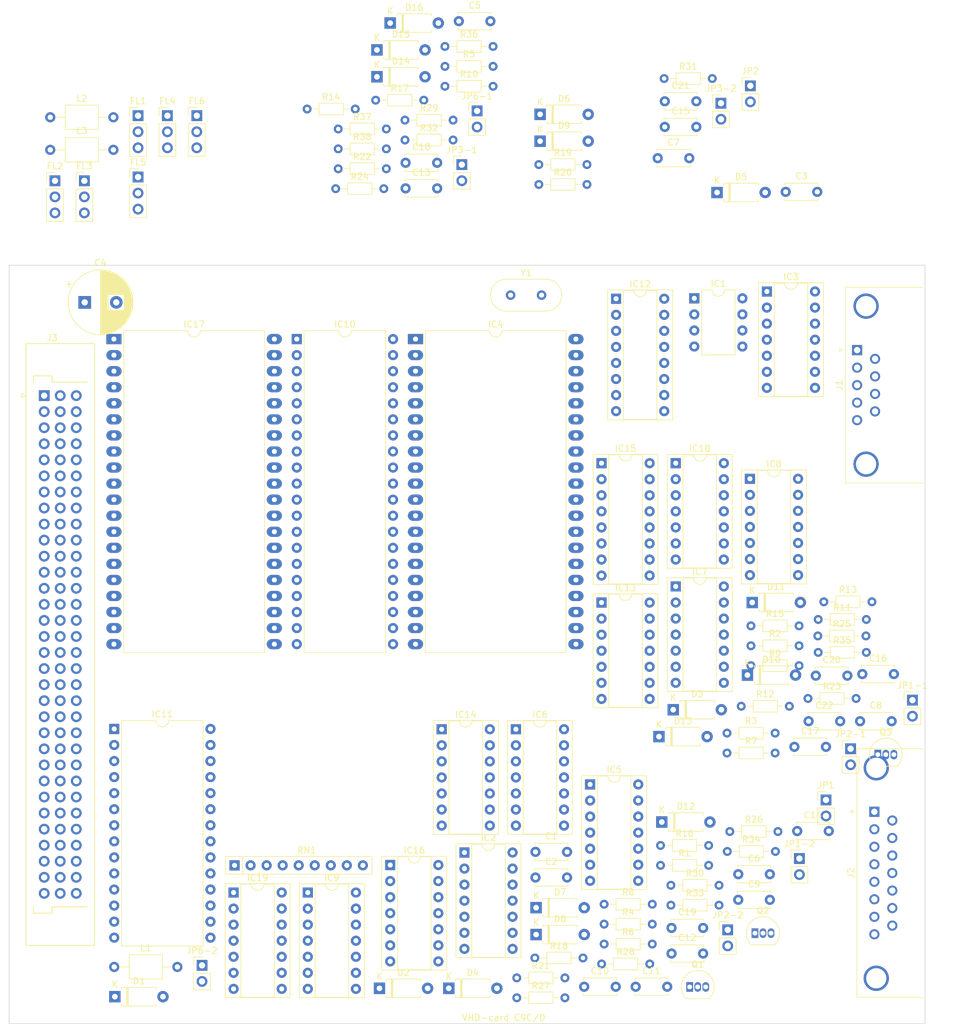
<source format=kicad_pcb>
(kicad_pcb (version 20171130) (host pcbnew "(5.1.5)-3")
  (layers (0 F.Cu signal) (31 B.Cu signal) (34 B.Paste user) (35 F.Paste user) (36 B.SilkS user) (37 F.SilkS user) (38 B.Mask user) (39 F.Mask user) (44 Edge.Cuts user))
  (net 0 "")
  (net 1 GND)
  (net 2 "Net-(C2-Pad1)")
  (net 3 "Net-(C3-Pad1)")
  (net 4 +5V)
  (net 5 "Net-(C6-Pad1)")
  (net 6 "Net-(C9-Pad2)")
  (net 7 VHD6)
  (net 8 "Net-(C11-Pad2)")
  (net 9 "Net-(C11-Pad1)")
  (net 10 "Net-(C14-Pad1)")
  (net 11 "Net-(IC2-Pad13)")
  (net 12 "Net-(IC2-Pad12)")
  (net 13 "Net-(IC2-Pad4)")
  (net 14 "Net-(D10-Pad1)")
  (net 15 RESET_)
  (net 16 CLK)
  (net 17 "Net-(IC10-Pad35)")
  (net 18 A2)
  (net 19 "Net-(IC3-Pad6)")
  (net 20 "Net-(IC3-Pad12)")
  (net 21 C14)
  (net 22 "Net-(IC3-Pad11)")
  (net 23 "Net-(IC3-Pad4)")
  (net 24 T1_PC7)
  (net 25 "Net-(IC10-Pad37)")
  (net 26 "Net-(D5-Pad2)")
  (net 27 "Net-(IC10-Pad38)")
  (net 28 "Net-(D1-Pad2)")
  (net 29 "Net-(IC10-Pad39)")
  (net 30 "Net-(D7-Pad2)")
  (net 31 "Net-(IC10-Pad40)")
  (net 32 "Net-(IC10-Pad1)")
  (net 33 P1.7_CPU2_P2.7)
  (net 34 "Net-(IC10-Pad2)")
  (net 35 P1.6_CPU2_P2.6)
  (net 36 "Net-(IC10-Pad3)")
  (net 37 P1.5_CPU2_P2.5)
  (net 38 "Net-(IC10-Pad4)")
  (net 39 P1.4_CPU2_P2.4)
  (net 40 P1.3_CPU2_P2.3)
  (net 41 WR_PC4)
  (net 42 P1.2_CPU2_P2.2)
  (net 43 P1.1_CPU2_P2.1)
  (net 44 RD_PC6)
  (net 45 P1.0_CPU2_P2.0)
  (net 46 "Net-(IC4-Pad5)")
  (net 47 P2.3_CPU2_P1.4)
  (net 48 P2.2_CPU2_P1.5)
  (net 49 P2.1_PC1)
  (net 50 P2.0_PC0)
  (net 51 T0_PC5)
  (net 52 C16)
  (net 53 "Net-(IC5-Pad12)")
  (net 54 B17)
  (net 55 "Net-(IC5-Pad11)")
  (net 56 B16)
  (net 57 C15)
  (net 58 C17)
  (net 59 "Net-(IC5-Pad8)")
  (net 60 "Net-(IC5-Pad1)")
  (net 61 "Net-(IC6-Pad5)")
  (net 62 C12)
  (net 63 B13)
  (net 64 C13)
  (net 65 B14)
  (net 66 "Net-(IC6-Pad8)")
  (net 67 B15)
  (net 68 "Net-(IC10-Pad5)")
  (net 69 C6)
  (net 70 "Net-(IC7-Pad10)")
  (net 71 "Net-(IC11-Pad20)")
  (net 72 B19)
  (net 73 "Net-(IC10-Pad36)")
  (net 74 A5)
  (net 75 "Net-(IC8-Pad6)")
  (net 76 "Net-(IC8-Pad12)")
  (net 77 "Net-(IC10-Pad6)")
  (net 78 "Net-(IC8-Pad8)")
  (net 79 C3)
  (net 80 "Net-(IC9-Pad10)")
  (net 81 "Net-(IC9-Pad1)")
  (net 82 "Net-(IC10-Pad17)")
  (net 83 C21)
  (net 84 B21)
  (net 85 C22)
  (net 86 B22)
  (net 87 C23)
  (net 88 B23)
  (net 89 C11)
  (net 90 C24)
  (net 91 B12)
  (net 92 B24)
  (net 93 C18)
  (net 94 "Net-(IC12-Pad5)")
  (net 95 "Net-(IC12-Pad11)")
  (net 96 "Net-(IC12-Pad12)")
  (net 97 VHD9_INV)
  (net 98 CPU2_INT_)
  (net 99 "Net-(IC14-Pad12)")
  (net 100 "Net-(IC14-Pad11)")
  (net 101 "Net-(IC14-Pad4)")
  (net 102 "Net-(IC14-Pad10)")
  (net 103 "Net-(D11-Pad2)")
  (net 104 "Net-(IC14-Pad9)")
  (net 105 "Net-(D13-Pad2)")
  (net 106 CPU2_P1.7)
  (net 107 "Net-(IC15-Pad2)")
  (net 108 "Net-(D15-Pad2)")
  (net 109 CPU2_P1.6)
  (net 110 "Net-(IC17-Pad25)")
  (net 111 "Net-(IC17-Pad5)")
  (net 112 "Net-(JP3-1-Pad1)")
  (net 113 "Net-(Q1-Pad1)")
  (net 114 VHD4)
  (net 115 "Net-(Q2-Pad1)")
  (net 116 "Net-(Q3-Pad1)")
  (net 117 VHD10)
  (net 118 VHD12)
  (net 119 VHD8)
  (net 120 VHD9)
  (net 121 "Net-(IC4-Pad25)")
  (net 122 -12V)
  (net 123 "Net-(D15-Pad1)")
  (net 124 "Net-(D16-Pad1)")
  (net 125 S2)
  (net 126 "Net-(IC1-Pad3)")
  (net 127 "Net-(IC1-Pad6)")
  (net 128 "Net-(IC1-Pad2)")
  (net 129 S3)
  (net 130 "Net-(IC16-Pad13)")
  (net 131 "Net-(IC16-Pad1)")
  (net 132 "Net-(IC18-Pad5)")
  (net 133 "Net-(IC18-Pad9)")
  (net 134 "Net-(IC19-Pad12)")
  (net 135 "Net-(J2-Pad14)")
  (net 136 "Net-(J2-Pad7)")
  (net 137 VHD3)
  (net 138 B4)
  (net 139 B7)
  (net 140 B6)
  (net 141 C7)
  (net 142 B18)
  (net 143 B2)
  (net 144 B8)
  (net 145 A23)
  (net 146 A24)
  (net 147 A26)
  (net 148 "Net-(D3-Pad2)")
  (net 149 "Net-(FL1-Pad3)")
  (net 150 "Net-(FL3-Pad3)")
  (net 151 "Net-(FL4-Pad3)")
  (net 152 "Net-(FL5-Pad3)")
  (net 153 "Net-(J2-Pad6)")
  (net 154 VHD7)
  (net 155 "Net-(R30-Pad2)")
  (module Inductor_THT:L_Axial_L5.0mm_D3.6mm_P10.00mm_Horizontal_Murata_BL01RN1A2A2 (layer F.Cu) (at 51.505 11.75)
    (fp_text reference L3 (at 5 -3) (layer F.SilkS))
    (fp_text value L)
    (pad 2 thru_hole oval (at 10 0) (size 1.6 1.6) (drill 0.85) (layers *.Cu *.Mask) (net 7 VHD6))
    (pad 1 thru_hole circle (at 0 0) (size 1.6 1.6) (drill 0.85) (layers *.Cu *.Mask) (net 153 "Net-(J2-Pad6)"))
  )
  (module Inductor_THT:L_Axial_L5.0mm_D3.6mm_P10.00mm_Horizontal_Murata_BL01RN1A2A2 (layer F.Cu) (at 51.505 6.6)
    (fp_text reference L2 (at 5 -3) (layer F.SilkS))
    (fp_text value L)
    (pad 2 thru_hole oval (at 10 0) (size 1.6 1.6) (drill 0.85) (layers *.Cu *.Mask) (net 154 VHD7))
    (pad 1 thru_hole circle (at 0 0) (size 1.6 1.6) (drill 0.85) (layers *.Cu *.Mask) (net 136 "Net-(J2-Pad7)"))
  )
  (module Connector_PinHeader_2.54mm:PinHeader_1x03_P2.54mm_Vertical (layer F.Cu) (at 74.705 6.35)
    (fp_text reference FL6 (at 0 -2.33) (layer F.SilkS))
    (fp_text value EMI_Filter_LCL)
    (pad 3 thru_hole oval (at 0 5.08) (size 1.7 1.7) (drill 1) (layers *.Cu *.Mask))
    (pad 2 thru_hole oval (at 0 2.54) (size 1.7 1.7) (drill 1) (layers *.Cu *.Mask) (net 1 GND))
    (pad 1 thru_hole rect (at 0 0) (size 1.7 1.7) (drill 1) (layers *.Cu *.Mask) (net 120 VHD9))
  )
  (module Connector_PinHeader_2.54mm:PinHeader_1x03_P2.54mm_Vertical (layer F.Cu) (at 65.405 16.05)
    (fp_text reference FL5 (at 0 -2.33) (layer F.SilkS))
    (fp_text value EMI_Filter_LCL)
    (pad 3 thru_hole oval (at 0 5.08) (size 1.7 1.7) (drill 1) (layers *.Cu *.Mask) (net 152 "Net-(FL5-Pad3)"))
    (pad 2 thru_hole oval (at 0 2.54) (size 1.7 1.7) (drill 1) (layers *.Cu *.Mask) (net 1 GND))
    (pad 1 thru_hole rect (at 0 0) (size 1.7 1.7) (drill 1) (layers *.Cu *.Mask) (net 137 VHD3))
  )
  (module Connector_PinHeader_2.54mm:PinHeader_1x03_P2.54mm_Vertical (layer F.Cu) (at 70.055 6.35)
    (fp_text reference FL4 (at 0 -2.33) (layer F.SilkS))
    (fp_text value EMI_Filter_LCL)
    (pad 3 thru_hole oval (at 0 5.08) (size 1.7 1.7) (drill 1) (layers *.Cu *.Mask) (net 151 "Net-(FL4-Pad3)"))
    (pad 2 thru_hole oval (at 0 2.54) (size 1.7 1.7) (drill 1) (layers *.Cu *.Mask) (net 1 GND))
    (pad 1 thru_hole rect (at 0 0) (size 1.7 1.7) (drill 1) (layers *.Cu *.Mask) (net 119 VHD8))
  )
  (module Connector_PinHeader_2.54mm:PinHeader_1x03_P2.54mm_Vertical (layer F.Cu) (at 56.905 16.65)
    (fp_text reference FL3 (at 0 -2.33) (layer F.SilkS))
    (fp_text value EMI_Filter_LCL)
    (pad 3 thru_hole oval (at 0 5.08) (size 1.7 1.7) (drill 1) (layers *.Cu *.Mask) (net 150 "Net-(FL3-Pad3)"))
    (pad 2 thru_hole oval (at 0 2.54) (size 1.7 1.7) (drill 1) (layers *.Cu *.Mask) (net 1 GND))
    (pad 1 thru_hole rect (at 0 0) (size 1.7 1.7) (drill 1) (layers *.Cu *.Mask) (net 118 VHD12))
  )
  (module Connector_PinHeader_2.54mm:PinHeader_1x03_P2.54mm_Vertical (layer F.Cu) (at 52.255 16.65)
    (fp_text reference FL2 (at 0 -2.33) (layer F.SilkS))
    (fp_text value EMI_Filter_LCL)
    (pad 3 thru_hole oval (at 0 5.08) (size 1.7 1.7) (drill 1) (layers *.Cu *.Mask) (net 148 "Net-(D3-Pad2)"))
    (pad 2 thru_hole oval (at 0 2.54) (size 1.7 1.7) (drill 1) (layers *.Cu *.Mask) (net 1 GND))
    (pad 1 thru_hole rect (at 0 0) (size 1.7 1.7) (drill 1) (layers *.Cu *.Mask) (net 114 VHD4))
  )
  (module Connector_PinHeader_2.54mm:PinHeader_1x03_P2.54mm_Vertical (layer F.Cu) (at 65.405 6.35)
    (fp_text reference FL1 (at 0 -2.33) (layer F.SilkS))
    (fp_text value EMI_Filter_LCL)
    (pad 3 thru_hole oval (at 0 5.08) (size 1.7 1.7) (drill 1) (layers *.Cu *.Mask) (net 149 "Net-(FL1-Pad3)"))
    (pad 2 thru_hole oval (at 0 2.54) (size 1.7 1.7) (drill 1) (layers *.Cu *.Mask) (net 1 GND))
    (pad 1 thru_hole rect (at 0 0) (size 1.7 1.7) (drill 1) (layers *.Cu *.Mask) (net 117 VHD10))
  )
  (module Crystal:Crystal_HC18-U_Vertical (layer F.Cu) (at 124.3965 34.7345)
    (fp_text reference Y1 (at 2.45 -3.525) (layer F.SilkS))
    (fp_text value 6Mhz)
    (pad 2 thru_hole circle (at 4.9 0) (size 1.5 1.5) (drill 0.8) (layers *.Cu *.Mask) (net 3 "Net-(C3-Pad1)"))
    (pad 1 thru_hole circle (at 0 0) (size 1.5 1.5) (drill 0.8) (layers *.Cu *.Mask) (net 2 "Net-(C2-Pad1)"))
  )
  (module Resistor_THT:R_Array_SIP9 (layer F.Cu) (at 80.6835 124.939)
    (fp_text reference RN1 (at 11.43 -2.4) (layer F.SilkS))
    (fp_text value 8x10K)
    (pad 9 thru_hole oval (at 20.32 0) (size 1.6 1.6) (drill 0.8) (layers *.Cu *.Mask) (net 25 "Net-(IC10-Pad37)"))
    (pad 8 thru_hole oval (at 17.78 0) (size 1.6 1.6) (drill 0.8) (layers *.Cu *.Mask) (net 27 "Net-(IC10-Pad38)"))
    (pad 7 thru_hole oval (at 15.24 0) (size 1.6 1.6) (drill 0.8) (layers *.Cu *.Mask) (net 29 "Net-(IC10-Pad39)"))
    (pad 6 thru_hole oval (at 12.7 0) (size 1.6 1.6) (drill 0.8) (layers *.Cu *.Mask) (net 31 "Net-(IC10-Pad40)"))
    (pad 5 thru_hole oval (at 10.16 0) (size 1.6 1.6) (drill 0.8) (layers *.Cu *.Mask) (net 32 "Net-(IC10-Pad1)"))
    (pad 4 thru_hole oval (at 7.62 0) (size 1.6 1.6) (drill 0.8) (layers *.Cu *.Mask) (net 34 "Net-(IC10-Pad2)"))
    (pad 3 thru_hole oval (at 5.08 0) (size 1.6 1.6) (drill 0.8) (layers *.Cu *.Mask) (net 36 "Net-(IC10-Pad3)"))
    (pad 2 thru_hole oval (at 2.54 0) (size 1.6 1.6) (drill 0.8) (layers *.Cu *.Mask) (net 38 "Net-(IC10-Pad4)"))
    (pad 1 thru_hole rect (at 0 0) (size 1.6 1.6) (drill 0.8) (layers *.Cu *.Mask) (net 4 +5V))
  )
  (module Resistor_THT:R_Axial_DIN0204_L3.6mm_D1.6mm_P7.62mm_Horizontal (layer F.Cu) (at 97.099 11.5955)
    (fp_text reference R38 (at 3.81 -1.92) (layer F.SilkS))
    (fp_text value ?)
    (pad 2 thru_hole oval (at 7.62 0) (size 1.4 1.4) (drill 0.7) (layers *.Cu *.Mask) (net 108 "Net-(D15-Pad2)"))
    (pad 1 thru_hole circle (at 0 0) (size 1.4 1.4) (drill 0.7) (layers *.Cu *.Mask) (net 4 +5V))
  )
  (module Resistor_THT:R_Axial_DIN0204_L3.6mm_D1.6mm_P7.62mm_Horizontal (layer F.Cu) (at 97.099 8.4455)
    (fp_text reference R37 (at 3.81 -1.92) (layer F.SilkS))
    (fp_text value 10K)
    (pad 2 thru_hole oval (at 7.62 0) (size 1.4 1.4) (drill 0.7) (layers *.Cu *.Mask) (net 111 "Net-(IC17-Pad5)"))
    (pad 1 thru_hole circle (at 0 0) (size 1.4 1.4) (drill 0.7) (layers *.Cu *.Mask) (net 4 +5V))
  )
  (module Resistor_THT:R_Axial_DIN0204_L3.6mm_D1.6mm_P7.62mm_Horizontal (layer F.Cu) (at 113.999 -4.6045)
    (fp_text reference R36 (at 3.81 -1.92) (layer F.SilkS))
    (fp_text value 10K)
    (pad 2 thru_hole oval (at 7.62 0) (size 1.4 1.4) (drill 0.7) (layers *.Cu *.Mask) (net 110 "Net-(IC17-Pad25)"))
    (pad 1 thru_hole circle (at 0 0) (size 1.4 1.4) (drill 0.7) (layers *.Cu *.Mask) (net 4 +5V))
  )
  (module Resistor_THT:R_Axial_DIN0204_L3.6mm_D1.6mm_P7.62mm_Horizontal (layer F.Cu) (at 173.101 91.2495)
    (fp_text reference R35 (at 3.81 -1.92) (layer F.SilkS))
    (fp_text value ?)
    (pad 2 thru_hole oval (at 7.62 0) (size 1.4 1.4) (drill 0.7) (layers *.Cu *.Mask) (net 102 "Net-(IC14-Pad10)"))
    (pad 1 thru_hole circle (at 0 0) (size 1.4 1.4) (drill 0.7) (layers *.Cu *.Mask) (net 104 "Net-(IC14-Pad9)"))
  )
  (module Resistor_THT:R_Axial_DIN0204_L3.6mm_D1.6mm_P7.62mm_Horizontal (layer F.Cu) (at 158.7035 122.739)
    (fp_text reference R34 (at 3.81 -1.92) (layer F.SilkS))
    (fp_text value ?)
    (pad 2 thru_hole oval (at 7.62 0) (size 1.4 1.4) (drill 0.7) (layers *.Cu *.Mask) (net 10 "Net-(C14-Pad1)"))
    (pad 1 thru_hole circle (at 0 0) (size 1.4 1.4) (drill 0.7) (layers *.Cu *.Mask) (net 4 +5V))
  )
  (module Resistor_THT:R_Axial_DIN0204_L3.6mm_D1.6mm_P7.62mm_Horizontal (layer F.Cu) (at 149.7735 131.239)
    (fp_text reference R33 (at 3.81 -1.92) (layer F.SilkS))
    (fp_text value ?)
    (pad 2 thru_hole oval (at 7.62 0) (size 1.4 1.4) (drill 0.7) (layers *.Cu *.Mask) (net 104 "Net-(IC14-Pad9)"))
    (pad 1 thru_hole circle (at 0 0) (size 1.4 1.4) (drill 0.7) (layers *.Cu *.Mask) (net 8 "Net-(C11-Pad2)"))
  )
  (module Resistor_THT:R_Axial_DIN0204_L3.6mm_D1.6mm_P7.62mm_Horizontal (layer F.Cu) (at 107.669 10.1955)
    (fp_text reference R32 (at 3.81 -1.92) (layer F.SilkS))
    (fp_text value ?)
    (pad 2 thru_hole oval (at 7.62 0) (size 1.4 1.4) (drill 0.7) (layers *.Cu *.Mask) (net 95 "Net-(IC12-Pad11)"))
    (pad 1 thru_hole circle (at 0 0) (size 1.4 1.4) (drill 0.7) (layers *.Cu *.Mask) (net 4 +5V))
  )
  (module Resistor_THT:R_Axial_DIN0204_L3.6mm_D1.6mm_P7.62mm_Horizontal (layer F.Cu) (at 148.7055 0.4715)
    (fp_text reference R31 (at 3.81 -1.92) (layer F.SilkS))
    (fp_text value 220R)
    (pad 2 thru_hole oval (at 7.62 0) (size 1.4 1.4) (drill 0.7) (layers *.Cu *.Mask) (net 105 "Net-(D13-Pad2)"))
    (pad 1 thru_hole circle (at 0 0) (size 1.4 1.4) (drill 0.7) (layers *.Cu *.Mask) (net 155 "Net-(R30-Pad2)"))
  )
  (module Resistor_THT:R_Axial_DIN0204_L3.6mm_D1.6mm_P7.62mm_Horizontal (layer F.Cu) (at 149.7735 128.089)
    (fp_text reference R30 (at 3.81 -1.92) (layer F.SilkS))
    (fp_text value 4K7)
    (pad 2 thru_hole oval (at 7.62 0) (size 1.4 1.4) (drill 0.7) (layers *.Cu *.Mask) (net 155 "Net-(R30-Pad2)"))
    (pad 1 thru_hole circle (at 0 0) (size 1.4 1.4) (drill 0.7) (layers *.Cu *.Mask) (net 4 +5V))
  )
  (module Resistor_THT:R_Axial_DIN0204_L3.6mm_D1.6mm_P7.62mm_Horizontal (layer F.Cu) (at 107.669 7.0455)
    (fp_text reference R29 (at 3.81 -1.92) (layer F.SilkS))
    (fp_text value ?)
    (pad 2 thru_hole oval (at 7.62 0) (size 1.4 1.4) (drill 0.7) (layers *.Cu *.Mask) (net 8 "Net-(C11-Pad2)"))
    (pad 1 thru_hole circle (at 0 0) (size 1.4 1.4) (drill 0.7) (layers *.Cu *.Mask) (net 9 "Net-(C11-Pad1)"))
  )
  (module Resistor_THT:R_Axial_DIN0204_L3.6mm_D1.6mm_P7.62mm_Horizontal (layer F.Cu) (at 138.8035 140.539)
    (fp_text reference R28 (at 3.81 -1.92) (layer F.SilkS))
    (fp_text value 220R)
    (pad 2 thru_hole oval (at 7.62 0) (size 1.4 1.4) (drill 0.7) (layers *.Cu *.Mask) (net 103 "Net-(D11-Pad2)"))
    (pad 1 thru_hole circle (at 0 0) (size 1.4 1.4) (drill 0.7) (layers *.Cu *.Mask) (net 154 VHD7))
  )
  (module Resistor_THT:R_Axial_DIN0204_L3.6mm_D1.6mm_P7.62mm_Horizontal (layer F.Cu) (at 125.3735 145.889)
    (fp_text reference R27 (at 3.81 -1.92) (layer F.SilkS))
    (fp_text value ?)
    (pad 2 thru_hole oval (at 7.62 0) (size 1.4 1.4) (drill 0.7) (layers *.Cu *.Mask) (net 9 "Net-(C11-Pad1)"))
    (pad 1 thru_hole circle (at 0 0) (size 1.4 1.4) (drill 0.7) (layers *.Cu *.Mask) (net 6 "Net-(C9-Pad2)"))
  )
  (module Resistor_THT:R_Axial_DIN0204_L3.6mm_D1.6mm_P7.62mm_Horizontal (layer F.Cu) (at 159.1035 119.589)
    (fp_text reference R26 (at 3.81 -1.92) (layer F.SilkS))
    (fp_text value "75R ?")
    (pad 2 thru_hole oval (at 7.62 0) (size 1.4 1.4) (drill 0.7) (layers *.Cu *.Mask) (net 1 GND))
    (pad 1 thru_hole circle (at 0 0) (size 1.4 1.4) (drill 0.7) (layers *.Cu *.Mask) (net 7 VHD6))
  )
  (module Resistor_THT:R_Axial_DIN0204_L3.6mm_D1.6mm_P7.62mm_Horizontal (layer F.Cu) (at 173.0375 88.646)
    (fp_text reference R25 (at 3.81 -1.92) (layer F.SilkS))
    (fp_text value ?)
    (pad 2 thru_hole oval (at 7.62 0) (size 1.4 1.4) (drill 0.7) (layers *.Cu *.Mask) (net 5 "Net-(C6-Pad1)"))
    (pad 1 thru_hole circle (at 0 0) (size 1.4 1.4) (drill 0.7) (layers *.Cu *.Mask) (net 4 +5V))
  )
  (module Resistor_THT:R_Axial_DIN0204_L3.6mm_D1.6mm_P7.62mm_Horizontal (layer F.Cu) (at 96.699 17.8955)
    (fp_text reference R24 (at 3.81 -1.92) (layer F.SilkS))
    (fp_text value 10K)
    (pad 2 thru_hole oval (at 7.62 0) (size 1.4 1.4) (drill 0.7) (layers *.Cu *.Mask) (net 24 T1_PC7))
    (pad 1 thru_hole circle (at 0 0) (size 1.4 1.4) (drill 0.7) (layers *.Cu *.Mask) (net 4 +5V))
  )
  (module Resistor_THT:R_Axial_DIN0204_L3.6mm_D1.6mm_P7.62mm_Horizontal (layer F.Cu) (at 171.479 98.538)
    (fp_text reference R23 (at 3.81 -1.92) (layer F.SilkS))
    (fp_text value 10K)
    (pad 2 thru_hole oval (at 7.62 0) (size 1.4 1.4) (drill 0.7) (layers *.Cu *.Mask) (net 51 T0_PC5))
    (pad 1 thru_hole circle (at 0 0) (size 1.4 1.4) (drill 0.7) (layers *.Cu *.Mask) (net 4 +5V))
  )
  (module Resistor_THT:R_Axial_DIN0204_L3.6mm_D1.6mm_P7.62mm_Horizontal (layer F.Cu) (at 97.099 14.7455)
    (fp_text reference R22 (at 3.81 -1.92) (layer F.SilkS))
    (fp_text value 4K7)
    (pad 2 thru_hole oval (at 7.62 0) (size 1.4 1.4) (drill 0.7) (layers *.Cu *.Mask) (net 116 "Net-(Q3-Pad1)"))
    (pad 1 thru_hole circle (at 0 0) (size 1.4 1.4) (drill 0.7) (layers *.Cu *.Mask) (net 81 "Net-(IC9-Pad1)"))
  )
  (module Resistor_THT:R_Axial_DIN0204_L3.6mm_D1.6mm_P7.62mm_Horizontal (layer F.Cu) (at 125.3735 142.739)
    (fp_text reference R21 (at 3.81 -1.92) (layer F.SilkS))
    (fp_text value 10K)
    (pad 2 thru_hole oval (at 7.62 0) (size 1.4 1.4) (drill 0.7) (layers *.Cu *.Mask) (net 81 "Net-(IC9-Pad1)"))
    (pad 1 thru_hole circle (at 0 0) (size 1.4 1.4) (drill 0.7) (layers *.Cu *.Mask) (net 4 +5V))
  )
  (module Resistor_THT:R_Axial_DIN0204_L3.6mm_D1.6mm_P7.62mm_Horizontal (layer F.Cu) (at 128.8645 17.23)
    (fp_text reference R20 (at 3.81 -1.92) (layer F.SilkS))
    (fp_text value 10K)
    (pad 2 thru_hole oval (at 7.62 0) (size 1.4 1.4) (drill 0.7) (layers *.Cu *.Mask) (net 82 "Net-(IC10-Pad17)"))
    (pad 1 thru_hole circle (at 0 0) (size 1.4 1.4) (drill 0.7) (layers *.Cu *.Mask) (net 115 "Net-(Q2-Pad1)"))
  )
  (module Resistor_THT:R_Axial_DIN0204_L3.6mm_D1.6mm_P7.62mm_Horizontal (layer F.Cu) (at 128.8645 14.08)
    (fp_text reference R19 (at 3.81 -1.92) (layer F.SilkS))
    (fp_text value 750K)
    (pad 2 thru_hole oval (at 7.62 0) (size 1.4 1.4) (drill 0.7) (layers *.Cu *.Mask) (net 3 "Net-(C3-Pad1)"))
    (pad 1 thru_hole circle (at 0 0) (size 1.4 1.4) (drill 0.7) (layers *.Cu *.Mask) (net 2 "Net-(C2-Pad1)"))
  )
  (module Resistor_THT:R_Axial_DIN0204_L3.6mm_D1.6mm_P7.62mm_Horizontal (layer F.Cu) (at 128.2335 139.589)
    (fp_text reference R18 (at 3.81 -1.92) (layer F.SilkS))
    (fp_text value 2K2)
    (pad 2 thru_hole oval (at 7.62 0) (size 1.4 1.4) (drill 0.7) (layers *.Cu *.Mask) (net 16 CLK))
    (pad 1 thru_hole circle (at 0 0) (size 1.4 1.4) (drill 0.7) (layers *.Cu *.Mask) (net 4 +5V))
  )
  (module Resistor_THT:R_Axial_DIN0204_L3.6mm_D1.6mm_P7.62mm_Horizontal (layer F.Cu) (at 103.029 3.8955)
    (fp_text reference R17 (at 3.81 -1.92) (layer F.SilkS))
    (fp_text value 10K)
    (pad 2 thru_hole oval (at 7.62 0) (size 1.4 1.4) (drill 0.7) (layers *.Cu *.Mask) (net 46 "Net-(IC4-Pad5)"))
    (pad 1 thru_hole circle (at 0 0) (size 1.4 1.4) (drill 0.7) (layers *.Cu *.Mask) (net 4 +5V))
  )
  (module Resistor_THT:R_Axial_DIN0204_L3.6mm_D1.6mm_P7.62mm_Horizontal (layer F.Cu) (at 148.1335 121.789)
    (fp_text reference R16 (at 3.81 -1.92) (layer F.SilkS))
    (fp_text value 47K)
    (pad 2 thru_hole oval (at 7.62 0) (size 1.4 1.4) (drill 0.7) (layers *.Cu *.Mask) (net 15 RESET_))
    (pad 1 thru_hole circle (at 0 0) (size 1.4 1.4) (drill 0.7) (layers *.Cu *.Mask) (net 4 +5V))
  )
  (module Resistor_THT:R_Axial_DIN0204_L3.6mm_D1.6mm_P7.62mm_Horizontal (layer F.Cu) (at 162.45 87.0515)
    (fp_text reference R15 (at 3.81 -1.92) (layer F.SilkS))
    (fp_text value 10K)
    (pad 2 thru_hole oval (at 7.62 0) (size 1.4 1.4) (drill 0.7) (layers *.Cu *.Mask) (net 61 "Net-(IC6-Pad5)"))
    (pad 1 thru_hole circle (at 0 0) (size 1.4 1.4) (drill 0.7) (layers *.Cu *.Mask) (net 4 +5V))
  )
  (module Resistor_THT:R_Axial_DIN0204_L3.6mm_D1.6mm_P7.62mm_Horizontal (layer F.Cu) (at 92.179 5.2955)
    (fp_text reference R14 (at 3.81 -1.92) (layer F.SilkS))
    (fp_text value 10K)
    (pad 2 thru_hole oval (at 7.62 0) (size 1.4 1.4) (drill 0.7) (layers *.Cu *.Mask) (net 121 "Net-(IC4-Pad25)"))
    (pad 1 thru_hole circle (at 0 0) (size 1.4 1.4) (drill 0.7) (layers *.Cu *.Mask) (net 4 +5V))
  )
  (module Resistor_THT:R_Axial_DIN0204_L3.6mm_D1.6mm_P7.62mm_Horizontal (layer F.Cu) (at 173.99 83.2485)
    (fp_text reference R13 (at 3.81 -1.92) (layer F.SilkS))
    (fp_text value 4K7)
    (pad 2 thru_hole oval (at 7.62 0) (size 1.4 1.4) (drill 0.7) (layers *.Cu *.Mask) (net 154 VHD7))
    (pad 1 thru_hole circle (at 0 0) (size 1.4 1.4) (drill 0.7) (layers *.Cu *.Mask) (net 4 +5V))
  )
  (module Resistor_THT:R_Axial_DIN0204_L3.6mm_D1.6mm_P7.62mm_Horizontal (layer F.Cu) (at 160.909 99.768)
    (fp_text reference R12 (at 3.81 -1.92) (layer F.SilkS))
    (fp_text value 10K)
    (pad 2 thru_hole oval (at 7.62 0) (size 1.4 1.4) (drill 0.7) (layers *.Cu *.Mask) (net 112 "Net-(JP3-1-Pad1)"))
    (pad 1 thru_hole circle (at 0 0) (size 1.4 1.4) (drill 0.7) (layers *.Cu *.Mask) (net 4 +5V))
  )
  (module Resistor_THT:R_Axial_DIN0204_L3.6mm_D1.6mm_P7.62mm_Horizontal (layer F.Cu) (at 173.101 86.0425)
    (fp_text reference R11 (at 3.81 -1.92) (layer F.SilkS))
    (fp_text value 220R)
    (pad 2 thru_hole oval (at 7.62 0) (size 1.4 1.4) (drill 0.7) (layers *.Cu *.Mask) (net 14 "Net-(D10-Pad1)"))
    (pad 1 thru_hole circle (at 0 0) (size 1.4 1.4) (drill 0.7) (layers *.Cu *.Mask) (net 152 "Net-(FL5-Pad3)"))
  )
  (module Resistor_THT:R_Axial_DIN0204_L3.6mm_D1.6mm_P7.62mm_Horizontal (layer F.Cu) (at 113.999 1.6955)
    (fp_text reference R10 (at 3.81 -1.92) (layer F.SilkS))
    (fp_text value 4K7)
    (pad 2 thru_hole oval (at 7.62 0) (size 1.4 1.4) (drill 0.7) (layers *.Cu *.Mask))
    (pad 1 thru_hole circle (at 0 0) (size 1.4 1.4) (drill 0.7) (layers *.Cu *.Mask) (net 4 +5V))
  )
  (module Resistor_THT:R_Axial_DIN0204_L3.6mm_D1.6mm_P7.62mm_Horizontal (layer F.Cu) (at 162.45 93.3515)
    (fp_text reference R9 (at 3.81 -1.92) (layer F.SilkS))
    (fp_text value 220R)
    (pad 2 thru_hole oval (at 7.62 0) (size 1.4 1.4) (drill 0.7) (layers *.Cu *.Mask) (net 30 "Net-(D7-Pad2)"))
    (pad 1 thru_hole circle (at 0 0) (size 1.4 1.4) (drill 0.7) (layers *.Cu *.Mask) (net 151 "Net-(FL4-Pad3)"))
  )
  (module Resistor_THT:R_Axial_DIN0204_L3.6mm_D1.6mm_P7.62mm_Horizontal (layer F.Cu) (at 139.2035 131.089)
    (fp_text reference R8 (at 3.81 -1.92) (layer F.SilkS))
    (fp_text value 10K)
    (pad 2 thru_hole oval (at 7.62 0) (size 1.4 1.4) (drill 0.7) (layers *.Cu *.Mask) (net 12 "Net-(IC2-Pad12)"))
    (pad 1 thru_hole circle (at 0 0) (size 1.4 1.4) (drill 0.7) (layers *.Cu *.Mask) (net 113 "Net-(Q1-Pad1)"))
  )
  (module Resistor_THT:R_Axial_DIN0204_L3.6mm_D1.6mm_P7.62mm_Horizontal (layer F.Cu) (at 158.659 107.168)
    (fp_text reference R7 (at 3.81 -1.92) (layer F.SilkS))
    (fp_text value 4K7)
    (pad 2 thru_hole oval (at 7.62 0) (size 1.4 1.4) (drill 0.7) (layers *.Cu *.Mask) (net 151 "Net-(FL4-Pad3)"))
    (pad 1 thru_hole circle (at 0 0) (size 1.4 1.4) (drill 0.7) (layers *.Cu *.Mask) (net 4 +5V))
  )
  (module Resistor_THT:R_Axial_DIN0204_L3.6mm_D1.6mm_P7.62mm_Horizontal (layer F.Cu) (at 139.2035 137.389)
    (fp_text reference R6 (at 3.81 -1.92) (layer F.SilkS))
    (fp_text value 220R)
    (pad 2 thru_hole oval (at 7.62 0) (size 1.4 1.4) (drill 0.7) (layers *.Cu *.Mask) (net 26 "Net-(D5-Pad2)"))
    (pad 1 thru_hole circle (at 0 0) (size 1.4 1.4) (drill 0.7) (layers *.Cu *.Mask) (net 150 "Net-(FL3-Pad3)"))
  )
  (module Resistor_THT:R_Axial_DIN0204_L3.6mm_D1.6mm_P7.62mm_Horizontal (layer F.Cu) (at 113.999 -1.4545)
    (fp_text reference R5 (at 3.81 -1.92) (layer F.SilkS))
    (fp_text value 4K7)
    (pad 2 thru_hole oval (at 7.62 0) (size 1.4 1.4) (drill 0.7) (layers *.Cu *.Mask) (net 150 "Net-(FL3-Pad3)"))
    (pad 1 thru_hole circle (at 0 0) (size 1.4 1.4) (drill 0.7) (layers *.Cu *.Mask) (net 4 +5V))
  )
  (module Resistor_THT:R_Axial_DIN0204_L3.6mm_D1.6mm_P7.62mm_Horizontal (layer F.Cu) (at 139.2035 134.239)
    (fp_text reference R4 (at 3.81 -1.92) (layer F.SilkS))
    (fp_text value 10K)
    (pad 2 thru_hole oval (at 7.62 0) (size 1.4 1.4) (drill 0.7) (layers *.Cu *.Mask) (net 4 +5V))
    (pad 1 thru_hole circle (at 0 0) (size 1.4 1.4) (drill 0.7) (layers *.Cu *.Mask) (net 127 "Net-(IC1-Pad6)"))
  )
  (module Resistor_THT:R_Axial_DIN0204_L3.6mm_D1.6mm_P7.62mm_Horizontal (layer F.Cu) (at 158.659 104.018)
    (fp_text reference R3 (at 3.81 -1.92) (layer F.SilkS))
    (fp_text value 4K7)
    (pad 2 thru_hole oval (at 7.62 0) (size 1.4 1.4) (drill 0.7) (layers *.Cu *.Mask) (net 148 "Net-(D3-Pad2)"))
    (pad 1 thru_hole circle (at 0 0) (size 1.4 1.4) (drill 0.7) (layers *.Cu *.Mask) (net 4 +5V))
  )
  (module Resistor_THT:R_Axial_DIN0204_L3.6mm_D1.6mm_P7.62mm_Horizontal (layer F.Cu) (at 162.45 90.2015)
    (fp_text reference R2 (at 3.81 -1.92) (layer F.SilkS))
    (fp_text value 220R)
    (pad 2 thru_hole oval (at 7.62 0) (size 1.4 1.4) (drill 0.7) (layers *.Cu *.Mask) (net 28 "Net-(D1-Pad2)"))
    (pad 1 thru_hole circle (at 0 0) (size 1.4 1.4) (drill 0.7) (layers *.Cu *.Mask) (net 149 "Net-(FL1-Pad3)"))
  )
  (module Resistor_THT:R_Axial_DIN0204_L3.6mm_D1.6mm_P7.62mm_Horizontal (layer F.Cu) (at 148.1335 124.939)
    (fp_text reference R1 (at 3.81 -1.92) (layer F.SilkS))
    (fp_text value 4K7)
    (pad 2 thru_hole oval (at 7.62 0) (size 1.4 1.4) (drill 0.7) (layers *.Cu *.Mask) (net 149 "Net-(FL1-Pad3)"))
    (pad 1 thru_hole circle (at 0 0) (size 1.4 1.4) (drill 0.7) (layers *.Cu *.Mask) (net 4 +5V))
  )
  (module Package_TO_SOT_THT:TO-92_Inline (layer F.Cu) (at 182.539 107.418)
    (fp_text reference Q3 (at 1.27 -3.56) (layer F.SilkS))
    (fp_text value "PNP (B641)")
    (pad 1 thru_hole rect (at 0 0) (size 1.05 1.5) (drill 0.75) (layers *.Cu *.Mask) (net 116 "Net-(Q3-Pad1)"))
    (pad 3 thru_hole oval (at 2.54 0) (size 1.05 1.5) (drill 0.75) (layers *.Cu *.Mask) (net 1 GND))
    (pad 2 thru_hole oval (at 1.27 0) (size 1.05 1.5) (drill 0.75) (layers *.Cu *.Mask) (net 147 A26))
  )
  (module Package_TO_SOT_THT:TO-92_Inline (layer F.Cu) (at 163.0835 135.669)
    (fp_text reference Q2 (at 1.27 -3.56) (layer F.SilkS))
    (fp_text value "NPN (D637)")
    (pad 1 thru_hole rect (at 0 0) (size 1.05 1.5) (drill 0.75) (layers *.Cu *.Mask) (net 115 "Net-(Q2-Pad1)"))
    (pad 3 thru_hole oval (at 2.54 0) (size 1.05 1.5) (drill 0.75) (layers *.Cu *.Mask) (net 144 B8))
    (pad 2 thru_hole oval (at 1.27 0) (size 1.05 1.5) (drill 0.75) (layers *.Cu *.Mask) (net 1 GND))
  )
  (module Package_TO_SOT_THT:TO-92_Inline (layer F.Cu) (at 152.7535 144.169)
    (fp_text reference Q1 (at 1.27 -3.56) (layer F.SilkS))
    (fp_text value "NPN (D637)")
    (pad 1 thru_hole rect (at 0 0) (size 1.05 1.5) (drill 0.75) (layers *.Cu *.Mask) (net 113 "Net-(Q1-Pad1)"))
    (pad 3 thru_hole oval (at 2.54 0) (size 1.05 1.5) (drill 0.75) (layers *.Cu *.Mask) (net 148 "Net-(D3-Pad2)"))
    (pad 2 thru_hole oval (at 1.27 0) (size 1.05 1.5) (drill 0.75) (layers *.Cu *.Mask) (net 1 GND))
  )
  (module Inductor_THT:L_Axial_L5.0mm_D3.6mm_P10.00mm_Horizontal_Murata_BL01RN1A2A2 (layer F.Cu) (at 61.6335 141.009)
    (fp_text reference L1 (at 5 -3) (layer F.SilkS))
    (fp_text value L)
    (pad 2 thru_hole oval (at 10 0) (size 1.6 1.6) (drill 0.85) (layers *.Cu *.Mask) (net 135 "Net-(J2-Pad14)"))
    (pad 1 thru_hole circle (at 0 0) (size 1.6 1.6) (drill 0.85) (layers *.Cu *.Mask) (net 1 GND))
  )
  (module Connector_PinHeader_2.54mm:PinHeader_1x02_P2.54mm_Vertical (layer F.Cu) (at 75.5335 140.759)
    (fp_text reference JP6-2 (at 0 -2.33) (layer F.SilkS))
    (fp_text value Jumper)
    (pad 2 thru_hole oval (at 0 2.54) (size 1.7 1.7) (drill 1) (layers *.Cu *.Mask) (net 146 A24))
    (pad 1 thru_hole rect (at 0 0) (size 1.7 1.7) (drill 1) (layers *.Cu *.Mask) (net 126 "Net-(IC1-Pad3)"))
  )
  (module Connector_PinHeader_2.54mm:PinHeader_1x02_P2.54mm_Vertical (layer F.Cu) (at 119.089 5.5955)
    (fp_text reference JP6-1 (at 0 -2.33) (layer F.SilkS))
    (fp_text value Jumper)
    (pad 2 thru_hole oval (at 0 2.54) (size 1.7 1.7) (drill 1) (layers *.Cu *.Mask) (net 128 "Net-(IC1-Pad2)"))
    (pad 1 thru_hole rect (at 0 0) (size 1.7 1.7) (drill 1) (layers *.Cu *.Mask) (net 145 A23))
  )
  (module Connector_PinHeader_2.54mm:PinHeader_1x02_P2.54mm_Vertical (layer F.Cu) (at 157.7055 4.3715)
    (fp_text reference JP3-2 (at 0 -2.33) (layer F.SilkS))
    (fp_text value J)
    (pad 2 thru_hole oval (at 0 2.54) (size 1.7 1.7) (drill 1) (layers *.Cu *.Mask) (net 93 C18))
    (pad 1 thru_hole rect (at 0 0) (size 1.7 1.7) (drill 1) (layers *.Cu *.Mask) (net 55 "Net-(IC5-Pad11)"))
  )
  (module Connector_PinHeader_2.54mm:PinHeader_1x02_P2.54mm_Vertical (layer F.Cu) (at 116.669 14.0955)
    (fp_text reference JP3-1 (at 0 -2.33) (layer F.SilkS))
    (fp_text value J)
    (pad 2 thru_hole oval (at 0 2.54) (size 1.7 1.7) (drill 1) (layers *.Cu *.Mask) (net 55 "Net-(IC5-Pad11)"))
    (pad 1 thru_hole rect (at 0 0) (size 1.7 1.7) (drill 1) (layers *.Cu *.Mask) (net 112 "Net-(JP3-1-Pad1)"))
  )
  (module Connector_PinHeader_2.54mm:PinHeader_1x02_P2.54mm_Vertical (layer F.Cu) (at 158.7735 135.139)
    (fp_text reference JP2-2 (at 0 -2.33) (layer F.SilkS))
    (fp_text value J)
    (pad 2 thru_hole oval (at 0 2.54) (size 1.7 1.7) (drill 1) (layers *.Cu *.Mask) (net 56 B16))
    (pad 1 thru_hole rect (at 0 0) (size 1.7 1.7) (drill 1) (layers *.Cu *.Mask) (net 60 "Net-(IC5-Pad1)"))
  )
  (module Connector_PinHeader_2.54mm:PinHeader_1x02_P2.54mm_Vertical (layer F.Cu) (at 178.229 106.488)
    (fp_text reference JP2-1 (at 0 -2.33) (layer F.SilkS))
    (fp_text value J)
    (pad 2 thru_hole oval (at 0 2.54) (size 1.7 1.7) (drill 1) (layers *.Cu *.Mask) (net 60 "Net-(IC5-Pad1)"))
    (pad 1 thru_hole rect (at 0 0) (size 1.7 1.7) (drill 1) (layers *.Cu *.Mask) (net 4 +5V))
  )
  (module Connector_PinHeader_2.54mm:PinHeader_1x02_P2.54mm_Vertical (layer F.Cu) (at 170.1235 123.859)
    (fp_text reference JP1-2 (at 0 -2.33) (layer F.SilkS))
    (fp_text value J)
    (pad 2 thru_hole oval (at 0 2.54) (size 1.7 1.7) (drill 1) (layers *.Cu *.Mask) (net 143 B2))
    (pad 1 thru_hole rect (at 0 0) (size 1.7 1.7) (drill 1) (layers *.Cu *.Mask) (net 53 "Net-(IC5-Pad12)"))
  )
  (module Connector_PinHeader_2.54mm:PinHeader_1x02_P2.54mm_Vertical (layer F.Cu) (at 188.0235 98.806)
    (fp_text reference JP1-1 (at 0 -2.33) (layer F.SilkS))
    (fp_text value J)
    (pad 2 thru_hole oval (at 0 2.54) (size 1.7 1.7) (drill 1) (layers *.Cu *.Mask) (net 53 "Net-(IC5-Pad12)"))
    (pad 1 thru_hole rect (at 0 0) (size 1.7 1.7) (drill 1) (layers *.Cu *.Mask) (net 72 B19))
  )
  (module Connector_PinHeader_2.54mm:PinHeader_1x02_P2.54mm_Vertical (layer F.Cu) (at 162.3555 1.6215)
    (fp_text reference JP2 (at 0 -2.33) (layer F.SilkS))
    (fp_text value J)
    (pad 2 thru_hole oval (at 0 2.54) (size 1.7 1.7) (drill 1) (layers *.Cu *.Mask) (net 109 CPU2_P1.6))
    (pad 1 thru_hole rect (at 0 0) (size 1.7 1.7) (drill 1) (layers *.Cu *.Mask) (net 49 P2.1_PC1))
  )
  (module Connector_PinHeader_2.54mm:PinHeader_1x02_P2.54mm_Vertical (layer F.Cu) (at 174.329 114.588)
    (fp_text reference JP1 (at 0 -2.33) (layer F.SilkS))
    (fp_text value Jumper)
    (pad 2 thru_hole oval (at 0 2.54) (size 1.7 1.7) (drill 1) (layers *.Cu *.Mask) (net 48 P2.2_CPU2_P1.5))
    (pad 1 thru_hole rect (at 0 0) (size 1.7 1.7) (drill 1) (layers *.Cu *.Mask) (net 1 GND))
  )
  (module Connector_DIN:Conn_DIN41612_B096F (layer F.Cu) (at 50.546 50.63)
    (fp_text reference J3 (at 1.27 -9.13) (layer F.SilkS))
    (fp_text value DIN41612_03x32_ABC)
    (pad A1 thru_hole rect (at 0 0) (size 1.7 1.7) (drill 1) (layers *.Cu *.Mask))
    (pad B1 thru_hole circle (at 2.54 0) (size 1.7 1.7) (drill 1) (layers *.Cu *.Mask))
    (pad C1 thru_hole circle (at 5.08 0) (size 1.7 1.7) (drill 1) (layers *.Cu *.Mask))
    (pad A2 thru_hole circle (at 0 2.54) (size 1.7 1.7) (drill 1) (layers *.Cu *.Mask) (net 18 A2))
    (pad B2 thru_hole circle (at 2.54 2.54) (size 1.7 1.7) (drill 1) (layers *.Cu *.Mask) (net 143 B2))
    (pad C2 thru_hole circle (at 5.08 2.54) (size 1.7 1.7) (drill 1) (layers *.Cu *.Mask))
    (pad A3 thru_hole circle (at 0 5.08) (size 1.7 1.7) (drill 1) (layers *.Cu *.Mask))
    (pad B3 thru_hole circle (at 2.54 5.08) (size 1.7 1.7) (drill 1) (layers *.Cu *.Mask))
    (pad C3 thru_hole circle (at 5.08 5.08) (size 1.7 1.7) (drill 1) (layers *.Cu *.Mask) (net 79 C3))
    (pad A4 thru_hole circle (at 0 7.62) (size 1.7 1.7) (drill 1) (layers *.Cu *.Mask))
    (pad B4 thru_hole circle (at 2.54 7.62) (size 1.7 1.7) (drill 1) (layers *.Cu *.Mask) (net 138 B4))
    (pad C4 thru_hole circle (at 5.08 7.62) (size 1.7 1.7) (drill 1) (layers *.Cu *.Mask))
    (pad A5 thru_hole circle (at 0 10.16) (size 1.7 1.7) (drill 1) (layers *.Cu *.Mask) (net 74 A5))
    (pad B5 thru_hole circle (at 2.54 10.16) (size 1.7 1.7) (drill 1) (layers *.Cu *.Mask))
    (pad C5 thru_hole circle (at 5.08 10.16) (size 1.7 1.7) (drill 1) (layers *.Cu *.Mask))
    (pad A6 thru_hole circle (at 0 12.7) (size 1.7 1.7) (drill 1) (layers *.Cu *.Mask))
    (pad B6 thru_hole circle (at 2.54 12.7) (size 1.7 1.7) (drill 1) (layers *.Cu *.Mask) (net 140 B6))
    (pad C6 thru_hole circle (at 5.08 12.7) (size 1.7 1.7) (drill 1) (layers *.Cu *.Mask) (net 69 C6))
    (pad A7 thru_hole circle (at 0 15.24) (size 1.7 1.7) (drill 1) (layers *.Cu *.Mask))
    (pad B7 thru_hole circle (at 2.54 15.24) (size 1.7 1.7) (drill 1) (layers *.Cu *.Mask) (net 139 B7))
    (pad C7 thru_hole circle (at 5.08 15.24) (size 1.7 1.7) (drill 1) (layers *.Cu *.Mask) (net 141 C7))
    (pad A8 thru_hole circle (at 0 17.78) (size 1.7 1.7) (drill 1) (layers *.Cu *.Mask))
    (pad B8 thru_hole circle (at 2.54 17.78) (size 1.7 1.7) (drill 1) (layers *.Cu *.Mask) (net 144 B8))
    (pad C8 thru_hole circle (at 5.08 17.78) (size 1.7 1.7) (drill 1) (layers *.Cu *.Mask))
    (pad A9 thru_hole circle (at 0 20.32) (size 1.7 1.7) (drill 1) (layers *.Cu *.Mask))
    (pad B9 thru_hole circle (at 2.54 20.32) (size 1.7 1.7) (drill 1) (layers *.Cu *.Mask))
    (pad C9 thru_hole circle (at 5.08 20.32) (size 1.7 1.7) (drill 1) (layers *.Cu *.Mask))
    (pad A10 thru_hole circle (at 0 22.86) (size 1.7 1.7) (drill 1) (layers *.Cu *.Mask))
    (pad B10 thru_hole circle (at 2.54 22.86) (size 1.7 1.7) (drill 1) (layers *.Cu *.Mask))
    (pad C10 thru_hole circle (at 5.08 22.86) (size 1.7 1.7) (drill 1) (layers *.Cu *.Mask))
    (pad A11 thru_hole circle (at 0 25.4) (size 1.7 1.7) (drill 1) (layers *.Cu *.Mask))
    (pad B11 thru_hole circle (at 2.54 25.4) (size 1.7 1.7) (drill 1) (layers *.Cu *.Mask))
    (pad C11 thru_hole circle (at 5.08 25.4) (size 1.7 1.7) (drill 1) (layers *.Cu *.Mask) (net 89 C11))
    (pad A12 thru_hole circle (at 0 27.94) (size 1.7 1.7) (drill 1) (layers *.Cu *.Mask))
    (pad B12 thru_hole circle (at 2.54 27.94) (size 1.7 1.7) (drill 1) (layers *.Cu *.Mask) (net 91 B12))
    (pad C12 thru_hole circle (at 5.08 27.94) (size 1.7 1.7) (drill 1) (layers *.Cu *.Mask) (net 62 C12))
    (pad A13 thru_hole circle (at 0 30.48) (size 1.7 1.7) (drill 1) (layers *.Cu *.Mask))
    (pad B13 thru_hole circle (at 2.54 30.48) (size 1.7 1.7) (drill 1) (layers *.Cu *.Mask) (net 63 B13))
    (pad C13 thru_hole circle (at 5.08 30.48) (size 1.7 1.7) (drill 1) (layers *.Cu *.Mask) (net 64 C13))
    (pad A14 thru_hole circle (at 0 33.02) (size 1.7 1.7) (drill 1) (layers *.Cu *.Mask))
    (pad B14 thru_hole circle (at 2.54 33.02) (size 1.7 1.7) (drill 1) (layers *.Cu *.Mask) (net 65 B14))
    (pad C14 thru_hole circle (at 5.08 33.02) (size 1.7 1.7) (drill 1) (layers *.Cu *.Mask) (net 21 C14))
    (pad A15 thru_hole circle (at 0 35.56) (size 1.7 1.7) (drill 1) (layers *.Cu *.Mask))
    (pad B15 thru_hole circle (at 2.54 35.56) (size 1.7 1.7) (drill 1) (layers *.Cu *.Mask) (net 67 B15))
    (pad C15 thru_hole circle (at 5.08 35.56) (size 1.7 1.7) (drill 1) (layers *.Cu *.Mask) (net 57 C15))
    (pad A16 thru_hole circle (at 0 38.1) (size 1.7 1.7) (drill 1) (layers *.Cu *.Mask))
    (pad B16 thru_hole circle (at 2.54 38.1) (size 1.7 1.7) (drill 1) (layers *.Cu *.Mask) (net 56 B16))
    (pad C16 thru_hole circle (at 5.08 38.1) (size 1.7 1.7) (drill 1) (layers *.Cu *.Mask) (net 52 C16))
    (pad A17 thru_hole circle (at 0 40.64) (size 1.7 1.7) (drill 1) (layers *.Cu *.Mask))
    (pad B17 thru_hole circle (at 2.54 40.64) (size 1.7 1.7) (drill 1) (layers *.Cu *.Mask) (net 54 B17))
    (pad C17 thru_hole circle (at 5.08 40.64) (size 1.7 1.7) (drill 1) (layers *.Cu *.Mask) (net 58 C17))
    (pad A18 thru_hole circle (at 0 43.18) (size 1.7 1.7) (drill 1) (layers *.Cu *.Mask))
    (pad B18 thru_hole circle (at 2.54 43.18) (size 1.7 1.7) (drill 1) (layers *.Cu *.Mask) (net 142 B18))
    (pad C18 thru_hole circle (at 5.08 43.18) (size 1.7 1.7) (drill 1) (layers *.Cu *.Mask) (net 93 C18))
    (pad A19 thru_hole circle (at 0 45.72) (size 1.7 1.7) (drill 1) (layers *.Cu *.Mask))
    (pad B19 thru_hole circle (at 2.54 45.72) (size 1.7 1.7) (drill 1) (layers *.Cu *.Mask) (net 72 B19))
    (pad C19 thru_hole circle (at 5.08 45.72) (size 1.7 1.7) (drill 1) (layers *.Cu *.Mask))
    (pad A20 thru_hole circle (at 0 48.26) (size 1.7 1.7) (drill 1) (layers *.Cu *.Mask))
    (pad B20 thru_hole circle (at 2.54 48.26) (size 1.7 1.7) (drill 1) (layers *.Cu *.Mask))
    (pad C20 thru_hole circle (at 5.08 48.26) (size 1.7 1.7) (drill 1) (layers *.Cu *.Mask))
    (pad A21 thru_hole circle (at 0 50.8) (size 1.7 1.7) (drill 1) (layers *.Cu *.Mask))
    (pad B21 thru_hole circle (at 2.54 50.8) (size 1.7 1.7) (drill 1) (layers *.Cu *.Mask) (net 84 B21))
    (pad C21 thru_hole circle (at 5.08 50.8) (size 1.7 1.7) (drill 1) (layers *.Cu *.Mask) (net 83 C21))
    (pad A22 thru_hole circle (at 0 53.34) (size 1.7 1.7) (drill 1) (layers *.Cu *.Mask))
    (pad B22 thru_hole circle (at 2.54 53.34) (size 1.7 1.7) (drill 1) (layers *.Cu *.Mask) (net 86 B22))
    (pad C22 thru_hole circle (at 5.08 53.34) (size 1.7 1.7) (drill 1) (layers *.Cu *.Mask) (net 85 C22))
    (pad A23 thru_hole circle (at 0 55.88) (size 1.7 1.7) (drill 1) (layers *.Cu *.Mask) (net 145 A23))
    (pad B23 thru_hole circle (at 2.54 55.88) (size 1.7 1.7) (drill 1) (layers *.Cu *.Mask) (net 88 B23))
    (pad C23 thru_hole circle (at 5.08 55.88) (size 1.7 1.7) (drill 1) (layers *.Cu *.Mask) (net 87 C23))
    (pad A24 thru_hole circle (at 0 58.42) (size 1.7 1.7) (drill 1) (layers *.Cu *.Mask) (net 146 A24))
    (pad B24 thru_hole circle (at 2.54 58.42) (size 1.7 1.7) (drill 1) (layers *.Cu *.Mask) (net 92 B24))
    (pad C24 thru_hole circle (at 5.08 58.42) (size 1.7 1.7) (drill 1) (layers *.Cu *.Mask) (net 90 C24))
    (pad A25 thru_hole circle (at 0 60.96) (size 1.7 1.7) (drill 1) (layers *.Cu *.Mask))
    (pad B25 thru_hole circle (at 2.54 60.96) (size 1.7 1.7) (drill 1) (layers *.Cu *.Mask))
    (pad C25 thru_hole circle (at 5.08 60.96) (size 1.7 1.7) (drill 1) (layers *.Cu *.Mask))
    (pad A26 thru_hole circle (at 0 63.5) (size 1.7 1.7) (drill 1) (layers *.Cu *.Mask) (net 147 A26))
    (pad B26 thru_hole circle (at 2.54 63.5) (size 1.7 1.7) (drill 1) (layers *.Cu *.Mask))
    (pad C26 thru_hole circle (at 5.08 63.5) (size 1.7 1.7) (drill 1) (layers *.Cu *.Mask))
    (pad A27 thru_hole circle (at 0 66.04) (size 1.7 1.7) (drill 1) (layers *.Cu *.Mask))
    (pad B27 thru_hole circle (at 2.54 66.04) (size 1.7 1.7) (drill 1) (layers *.Cu *.Mask))
    (pad C27 thru_hole circle (at 5.08 66.04) (size 1.7 1.7) (drill 1) (layers *.Cu *.Mask))
    (pad A28 thru_hole circle (at 0 68.58) (size 1.7 1.7) (drill 1) (layers *.Cu *.Mask))
    (pad B28 thru_hole circle (at 2.54 68.58) (size 1.7 1.7) (drill 1) (layers *.Cu *.Mask))
    (pad C28 thru_hole circle (at 5.08 68.58) (size 1.7 1.7) (drill 1) (layers *.Cu *.Mask))
    (pad A29 thru_hole circle (at 0 71.12) (size 1.7 1.7) (drill 1) (layers *.Cu *.Mask))
    (pad B29 thru_hole circle (at 2.54 71.12) (size 1.7 1.7) (drill 1) (layers *.Cu *.Mask))
    (pad C29 thru_hole circle (at 5.08 71.12) (size 1.7 1.7) (drill 1) (layers *.Cu *.Mask))
    (pad A30 thru_hole circle (at 0 73.66) (size 1.7 1.7) (drill 1) (layers *.Cu *.Mask))
    (pad B30 thru_hole circle (at 2.54 73.66) (size 1.7 1.7) (drill 1) (layers *.Cu *.Mask))
    (pad C30 thru_hole circle (at 5.08 73.66) (size 1.7 1.7) (drill 1) (layers *.Cu *.Mask))
    (pad A31 thru_hole circle (at 0 76.2) (size 1.7 1.7) (drill 1) (layers *.Cu *.Mask))
    (pad B31 thru_hole circle (at 2.54 76.2) (size 1.7 1.7) (drill 1) (layers *.Cu *.Mask))
    (pad C31 thru_hole circle (at 5.08 76.2) (size 1.7 1.7) (drill 1) (layers *.Cu *.Mask))
    (pad A32 thru_hole circle (at 0 78.74) (size 1.7 1.7) (drill 1) (layers *.Cu *.Mask))
    (pad B32 thru_hole circle (at 2.54 78.74) (size 1.7 1.7) (drill 1) (layers *.Cu *.Mask))
    (pad C32 thru_hole circle (at 5.08 78.74) (size 1.7 1.7) (drill 1) (layers *.Cu *.Mask))
    (pad "" np_thru_hole circle (at 2.24 -5.63) (size 2.8 2.8) (drill 2.8) (layers *.Cu *.Mask))
    (pad "" np_thru_hole circle (at 2.24 84.37) (size 2.8 2.8) (drill 2.8) (layers *.Cu *.Mask))
  )
  (module Connector_Dsub:DSUB-15_Female_Horizontal_P2.77x2.84mm_EdgePinOffset4.94mm_Housed_MountingHolesOffset7.48mm (layer F.Cu) (at 181.991 116.459 90)
    (fp_text reference J2 (at -9.695 -3.7 90) (layer F.SilkS))
    (fp_text value DB15_Female)
    (pad 0 thru_hole circle (at 6.955 0.3 90) (size 4 4) (drill 3.2) (layers *.Cu *.Mask))
    (pad 0 thru_hole circle (at -26.345 0.3 90) (size 4 4) (drill 3.2) (layers *.Cu *.Mask))
    (pad 15 thru_hole circle (at -18.005 2.84 90) (size 1.6 1.6) (drill 1) (layers *.Cu *.Mask) (net 135 "Net-(J2-Pad14)"))
    (pad 14 thru_hole circle (at -15.235 2.84 90) (size 1.6 1.6) (drill 1) (layers *.Cu *.Mask) (net 135 "Net-(J2-Pad14)"))
    (pad 13 thru_hole circle (at -12.465 2.84 90) (size 1.6 1.6) (drill 1) (layers *.Cu *.Mask))
    (pad 12 thru_hole circle (at -9.695 2.84 90) (size 1.6 1.6) (drill 1) (layers *.Cu *.Mask) (net 118 VHD12))
    (pad 11 thru_hole circle (at -6.925 2.84 90) (size 1.6 1.6) (drill 1) (layers *.Cu *.Mask))
    (pad 10 thru_hole circle (at -4.155 2.84 90) (size 1.6 1.6) (drill 1) (layers *.Cu *.Mask) (net 117 VHD10))
    (pad 9 thru_hole circle (at -1.385 2.84 90) (size 1.6 1.6) (drill 1) (layers *.Cu *.Mask) (net 120 VHD9))
    (pad 8 thru_hole circle (at -19.39 0 90) (size 1.6 1.6) (drill 1) (layers *.Cu *.Mask) (net 119 VHD8))
    (pad 7 thru_hole circle (at -16.62 0 90) (size 1.6 1.6) (drill 1) (layers *.Cu *.Mask) (net 136 "Net-(J2-Pad7)"))
    (pad 6 thru_hole circle (at -13.85 0 90) (size 1.6 1.6) (drill 1) (layers *.Cu *.Mask) (net 153 "Net-(J2-Pad6)"))
    (pad 5 thru_hole circle (at -11.08 0 90) (size 1.6 1.6) (drill 1) (layers *.Cu *.Mask))
    (pad 4 thru_hole circle (at -8.31 0 90) (size 1.6 1.6) (drill 1) (layers *.Cu *.Mask) (net 114 VHD4))
    (pad 3 thru_hole circle (at -5.54 0 90) (size 1.6 1.6) (drill 1) (layers *.Cu *.Mask) (net 137 VHD3))
    (pad 2 thru_hole circle (at -2.77 0 90) (size 1.6 1.6) (drill 1) (layers *.Cu *.Mask))
    (pad 1 thru_hole rect (at 0 0 90) (size 1.6 1.6) (drill 1) (layers *.Cu *.Mask))
  )
  (module Connector_Dsub:DSUB-9_Female_Horizontal_P2.77x2.84mm_EdgePinOffset7.70mm_Housed_MountingHolesOffset9.12mm (layer F.Cu) (at 179.2605 43.434 90)
    (fp_text reference J1 (at -5.54 -2.8 90) (layer F.SilkS))
    (fp_text value DB9_Female)
    (pad 0 thru_hole circle (at 6.96 1.42 90) (size 4 4) (drill 3.2) (layers *.Cu *.Mask))
    (pad 0 thru_hole circle (at -18.04 1.42 90) (size 4 4) (drill 3.2) (layers *.Cu *.Mask))
    (pad 9 thru_hole circle (at -9.695 2.84 90) (size 1.6 1.6) (drill 1) (layers *.Cu *.Mask))
    (pad 8 thru_hole circle (at -6.925 2.84 90) (size 1.6 1.6) (drill 1) (layers *.Cu *.Mask))
    (pad 7 thru_hole circle (at -4.155 2.84 90) (size 1.6 1.6) (drill 1) (layers *.Cu *.Mask) (net 1 GND))
    (pad 6 thru_hole circle (at -1.385 2.84 90) (size 1.6 1.6) (drill 1) (layers *.Cu *.Mask))
    (pad 5 thru_hole circle (at -11.08 0 90) (size 1.6 1.6) (drill 1) (layers *.Cu *.Mask))
    (pad 4 thru_hole circle (at -8.31 0 90) (size 1.6 1.6) (drill 1) (layers *.Cu *.Mask))
    (pad 3 thru_hole circle (at -5.54 0 90) (size 1.6 1.6) (drill 1) (layers *.Cu *.Mask) (net 129 S3))
    (pad 2 thru_hole circle (at -2.77 0 90) (size 1.6 1.6) (drill 1) (layers *.Cu *.Mask) (net 125 S2))
    (pad 1 thru_hole rect (at 0 0 90) (size 1.6 1.6) (drill 1) (layers *.Cu *.Mask) (net 1 GND))
  )
  (module Package_DIP:DIP-14_W7.62mm_Socket (layer F.Cu) (at 80.5335 129.239)
    (fp_text reference IC19 (at 3.81 -2.33) (layer F.SilkS))
    (fp_text value 4030BP)
    (pad 14 thru_hole oval (at 7.62 0) (size 1.6 1.6) (drill 0.8) (layers *.Cu *.Mask))
    (pad 7 thru_hole oval (at 0 15.24) (size 1.6 1.6) (drill 0.8) (layers *.Cu *.Mask))
    (pad 13 thru_hole oval (at 7.62 2.54) (size 1.6 1.6) (drill 0.8) (layers *.Cu *.Mask) (net 134 "Net-(IC19-Pad12)"))
    (pad 6 thru_hole oval (at 0 12.7) (size 1.6 1.6) (drill 0.8) (layers *.Cu *.Mask) (net 131 "Net-(IC16-Pad1)"))
    (pad 12 thru_hole oval (at 7.62 5.08) (size 1.6 1.6) (drill 0.8) (layers *.Cu *.Mask) (net 134 "Net-(IC19-Pad12)"))
    (pad 5 thru_hole oval (at 0 10.16) (size 1.6 1.6) (drill 0.8) (layers *.Cu *.Mask) (net 102 "Net-(IC14-Pad10)"))
    (pad 11 thru_hole oval (at 7.62 7.62) (size 1.6 1.6) (drill 0.8) (layers *.Cu *.Mask))
    (pad 4 thru_hole oval (at 0 7.62) (size 1.6 1.6) (drill 0.8) (layers *.Cu *.Mask) (net 132 "Net-(IC18-Pad5)"))
    (pad 10 thru_hole oval (at 7.62 10.16) (size 1.6 1.6) (drill 0.8) (layers *.Cu *.Mask) (net 133 "Net-(IC18-Pad9)"))
    (pad 3 thru_hole oval (at 0 5.08) (size 1.6 1.6) (drill 0.8) (layers *.Cu *.Mask))
    (pad 9 thru_hole oval (at 7.62 12.7) (size 1.6 1.6) (drill 0.8) (layers *.Cu *.Mask) (net 102 "Net-(IC14-Pad10)"))
    (pad 2 thru_hole oval (at 0 2.54) (size 1.6 1.6) (drill 0.8) (layers *.Cu *.Mask) (net 1 GND))
    (pad 8 thru_hole oval (at 7.62 15.24) (size 1.6 1.6) (drill 0.8) (layers *.Cu *.Mask) (net 130 "Net-(IC16-Pad13)"))
    (pad 1 thru_hole rect (at 0 0) (size 1.6 1.6) (drill 0.8) (layers *.Cu *.Mask))
  )
  (module Package_DIP:DIP-14_W7.62mm_Socket (layer F.Cu) (at 150.539 61.318)
    (fp_text reference IC18 (at 3.81 -2.33) (layer F.SilkS))
    (fp_text value 4013)
    (pad 14 thru_hole oval (at 7.62 0) (size 1.6 1.6) (drill 0.8) (layers *.Cu *.Mask) (net 4 +5V))
    (pad 7 thru_hole oval (at 0 15.24) (size 1.6 1.6) (drill 0.8) (layers *.Cu *.Mask) (net 1 GND))
    (pad 13 thru_hole oval (at 7.62 2.54) (size 1.6 1.6) (drill 0.8) (layers *.Cu *.Mask) (net 124 "Net-(D16-Pad1)"))
    (pad 6 thru_hole oval (at 0 12.7) (size 1.6 1.6) (drill 0.8) (layers *.Cu *.Mask) (net 1 GND))
    (pad 12 thru_hole oval (at 7.62 5.08) (size 1.6 1.6) (drill 0.8) (layers *.Cu *.Mask))
    (pad 5 thru_hole oval (at 0 10.16) (size 1.6 1.6) (drill 0.8) (layers *.Cu *.Mask) (net 132 "Net-(IC18-Pad5)"))
    (pad 11 thru_hole oval (at 7.62 7.62) (size 1.6 1.6) (drill 0.8) (layers *.Cu *.Mask) (net 96 "Net-(IC12-Pad12)"))
    (pad 4 thru_hole oval (at 0 7.62) (size 1.6 1.6) (drill 0.8) (layers *.Cu *.Mask) (net 1 GND))
    (pad 10 thru_hole oval (at 7.62 10.16) (size 1.6 1.6) (drill 0.8) (layers *.Cu *.Mask) (net 1 GND))
    (pad 3 thru_hole oval (at 0 5.08) (size 1.6 1.6) (drill 0.8) (layers *.Cu *.Mask) (net 107 "Net-(IC15-Pad2)"))
    (pad 9 thru_hole oval (at 7.62 12.7) (size 1.6 1.6) (drill 0.8) (layers *.Cu *.Mask) (net 133 "Net-(IC18-Pad9)"))
    (pad 2 thru_hole oval (at 0 2.54) (size 1.6 1.6) (drill 0.8) (layers *.Cu *.Mask))
    (pad 8 thru_hole oval (at 7.62 15.24) (size 1.6 1.6) (drill 0.8) (layers *.Cu *.Mask) (net 1 GND))
    (pad 1 thru_hole rect (at 0 0) (size 1.6 1.6) (drill 0.8) (layers *.Cu *.Mask) (net 123 "Net-(D15-Pad1)"))
  )
  (module Package_DIP:DIP-40_W25.4mm_LongPads (layer F.Cu) (at 61.589 41.688)
    (fp_text reference IC17 (at 12.7 -2.33) (layer F.SilkS))
    (fp_text value 80C49C)
    (pad 40 thru_hole oval (at 25.4 0) (size 2.4 1.6) (drill 0.8) (layers *.Cu *.Mask) (net 4 +5V))
    (pad 20 thru_hole oval (at 0 48.26) (size 2.4 1.6) (drill 0.8) (layers *.Cu *.Mask) (net 1 GND))
    (pad 39 thru_hole oval (at 25.4 2.54) (size 2.4 1.6) (drill 0.8) (layers *.Cu *.Mask) (net 99 "Net-(IC14-Pad12)"))
    (pad 19 thru_hole oval (at 0 45.72) (size 2.4 1.6) (drill 0.8) (layers *.Cu *.Mask) (net 1 GND))
    (pad 38 thru_hole oval (at 25.4 5.08) (size 2.4 1.6) (drill 0.8) (layers *.Cu *.Mask) (net 33 P1.7_CPU2_P2.7))
    (pad 18 thru_hole oval (at 0 43.18) (size 2.4 1.6) (drill 0.8) (layers *.Cu *.Mask) (net 1 GND))
    (pad 37 thru_hole oval (at 25.4 7.62) (size 2.4 1.6) (drill 0.8) (layers *.Cu *.Mask) (net 35 P1.6_CPU2_P2.6))
    (pad 17 thru_hole oval (at 0 40.64) (size 2.4 1.6) (drill 0.8) (layers *.Cu *.Mask) (net 1 GND))
    (pad 36 thru_hole oval (at 25.4 10.16) (size 2.4 1.6) (drill 0.8) (layers *.Cu *.Mask) (net 37 P1.5_CPU2_P2.5))
    (pad 16 thru_hole oval (at 0 38.1) (size 2.4 1.6) (drill 0.8) (layers *.Cu *.Mask) (net 1 GND))
    (pad 35 thru_hole oval (at 25.4 12.7) (size 2.4 1.6) (drill 0.8) (layers *.Cu *.Mask) (net 39 P1.4_CPU2_P2.4))
    (pad 15 thru_hole oval (at 0 35.56) (size 2.4 1.6) (drill 0.8) (layers *.Cu *.Mask) (net 1 GND))
    (pad 34 thru_hole oval (at 25.4 15.24) (size 2.4 1.6) (drill 0.8) (layers *.Cu *.Mask) (net 106 CPU2_P1.7))
    (pad 14 thru_hole oval (at 0 33.02) (size 2.4 1.6) (drill 0.8) (layers *.Cu *.Mask) (net 1 GND))
    (pad 33 thru_hole oval (at 25.4 17.78) (size 2.4 1.6) (drill 0.8) (layers *.Cu *.Mask) (net 109 CPU2_P1.6))
    (pad 13 thru_hole oval (at 0 30.48) (size 2.4 1.6) (drill 0.8) (layers *.Cu *.Mask) (net 1 GND))
    (pad 32 thru_hole oval (at 25.4 20.32) (size 2.4 1.6) (drill 0.8) (layers *.Cu *.Mask) (net 48 P2.2_CPU2_P1.5))
    (pad 12 thru_hole oval (at 0 27.94) (size 2.4 1.6) (drill 0.8) (layers *.Cu *.Mask) (net 1 GND))
    (pad 31 thru_hole oval (at 25.4 22.86) (size 2.4 1.6) (drill 0.8) (layers *.Cu *.Mask) (net 47 P2.3_CPU2_P1.4))
    (pad 11 thru_hole oval (at 0 25.4) (size 2.4 1.6) (drill 0.8) (layers *.Cu *.Mask))
    (pad 30 thru_hole oval (at 25.4 25.4) (size 2.4 1.6) (drill 0.8) (layers *.Cu *.Mask))
    (pad 10 thru_hole oval (at 0 22.86) (size 2.4 1.6) (drill 0.8) (layers *.Cu *.Mask))
    (pad 29 thru_hole oval (at 25.4 27.94) (size 2.4 1.6) (drill 0.8) (layers *.Cu *.Mask))
    (pad 9 thru_hole oval (at 0 20.32) (size 2.4 1.6) (drill 0.8) (layers *.Cu *.Mask))
    (pad 28 thru_hole oval (at 25.4 30.48) (size 2.4 1.6) (drill 0.8) (layers *.Cu *.Mask))
    (pad 8 thru_hole oval (at 0 17.78) (size 2.4 1.6) (drill 0.8) (layers *.Cu *.Mask))
    (pad 27 thru_hole oval (at 25.4 33.02) (size 2.4 1.6) (drill 0.8) (layers *.Cu *.Mask))
    (pad 7 thru_hole oval (at 0 15.24) (size 2.4 1.6) (drill 0.8) (layers *.Cu *.Mask) (net 1 GND))
    (pad 26 thru_hole oval (at 25.4 35.56) (size 2.4 1.6) (drill 0.8) (layers *.Cu *.Mask))
    (pad 6 thru_hole oval (at 0 12.7) (size 2.4 1.6) (drill 0.8) (layers *.Cu *.Mask) (net 98 CPU2_INT_))
    (pad 25 thru_hole oval (at 25.4 38.1) (size 2.4 1.6) (drill 0.8) (layers *.Cu *.Mask) (net 110 "Net-(IC17-Pad25)"))
    (pad 5 thru_hole oval (at 0 10.16) (size 2.4 1.6) (drill 0.8) (layers *.Cu *.Mask) (net 111 "Net-(IC17-Pad5)"))
    (pad 24 thru_hole oval (at 25.4 40.64) (size 2.4 1.6) (drill 0.8) (layers *.Cu *.Mask) (net 40 P1.3_CPU2_P2.3))
    (pad 4 thru_hole oval (at 0 7.62) (size 2.4 1.6) (drill 0.8) (layers *.Cu *.Mask) (net 15 RESET_))
    (pad 23 thru_hole oval (at 25.4 43.18) (size 2.4 1.6) (drill 0.8) (layers *.Cu *.Mask) (net 42 P1.2_CPU2_P2.2))
    (pad 3 thru_hole oval (at 0 5.08) (size 2.4 1.6) (drill 0.8) (layers *.Cu *.Mask))
    (pad 22 thru_hole oval (at 25.4 45.72) (size 2.4 1.6) (drill 0.8) (layers *.Cu *.Mask) (net 43 P1.1_CPU2_P2.1))
    (pad 2 thru_hole oval (at 0 2.54) (size 2.4 1.6) (drill 0.8) (layers *.Cu *.Mask) (net 16 CLK))
    (pad 21 thru_hole oval (at 25.4 48.26) (size 2.4 1.6) (drill 0.8) (layers *.Cu *.Mask) (net 45 P1.0_CPU2_P2.0))
    (pad 1 thru_hole rect (at 0 0) (size 2.4 1.6) (drill 0.8) (layers *.Cu *.Mask) (net 101 "Net-(IC14-Pad4)"))
  )
  (module Package_DIP:DIP-14_W7.62mm_Socket (layer F.Cu) (at 105.3335 124.889)
    (fp_text reference IC16 (at 3.81 -2.33) (layer F.SilkS))
    (fp_text value 4013)
    (pad 14 thru_hole oval (at 7.62 0) (size 1.6 1.6) (drill 0.8) (layers *.Cu *.Mask) (net 4 +5V))
    (pad 7 thru_hole oval (at 0 15.24) (size 1.6 1.6) (drill 0.8) (layers *.Cu *.Mask) (net 1 GND))
    (pad 13 thru_hole oval (at 7.62 2.54) (size 1.6 1.6) (drill 0.8) (layers *.Cu *.Mask) (net 130 "Net-(IC16-Pad13)"))
    (pad 6 thru_hole oval (at 0 12.7) (size 1.6 1.6) (drill 0.8) (layers *.Cu *.Mask) (net 1 GND))
    (pad 12 thru_hole oval (at 7.62 5.08) (size 1.6 1.6) (drill 0.8) (layers *.Cu *.Mask))
    (pad 5 thru_hole oval (at 0 10.16) (size 1.6 1.6) (drill 0.8) (layers *.Cu *.Mask) (net 102 "Net-(IC14-Pad10)"))
    (pad 11 thru_hole oval (at 7.62 7.62) (size 1.6 1.6) (drill 0.8) (layers *.Cu *.Mask) (net 107 "Net-(IC15-Pad2)"))
    (pad 4 thru_hole oval (at 0 7.62) (size 1.6 1.6) (drill 0.8) (layers *.Cu *.Mask) (net 1 GND))
    (pad 10 thru_hole oval (at 7.62 10.16) (size 1.6 1.6) (drill 0.8) (layers *.Cu *.Mask) (net 1 GND))
    (pad 3 thru_hole oval (at 0 5.08) (size 1.6 1.6) (drill 0.8) (layers *.Cu *.Mask) (net 96 "Net-(IC12-Pad12)"))
    (pad 9 thru_hole oval (at 7.62 12.7) (size 1.6 1.6) (drill 0.8) (layers *.Cu *.Mask) (net 102 "Net-(IC14-Pad10)"))
    (pad 2 thru_hole oval (at 0 2.54) (size 1.6 1.6) (drill 0.8) (layers *.Cu *.Mask))
    (pad 8 thru_hole oval (at 7.62 15.24) (size 1.6 1.6) (drill 0.8) (layers *.Cu *.Mask) (net 1 GND))
    (pad 1 thru_hole rect (at 0 0) (size 1.6 1.6) (drill 0.8) (layers *.Cu *.Mask) (net 131 "Net-(IC16-Pad1)"))
  )
  (module Package_DIP:DIP-16_W7.62mm_Socket (layer F.Cu) (at 138.789 61.318)
    (fp_text reference IC15 (at 3.81 -2.33) (layer F.SilkS))
    (fp_text value 4013)
    (pad 16 thru_hole oval (at 7.62 0) (size 1.6 1.6) (drill 0.8) (layers *.Cu *.Mask))
    (pad 8 thru_hole oval (at 0 17.78) (size 1.6 1.6) (drill 0.8) (layers *.Cu *.Mask) (net 1 GND))
    (pad 15 thru_hole oval (at 7.62 2.54) (size 1.6 1.6) (drill 0.8) (layers *.Cu *.Mask))
    (pad 7 thru_hole oval (at 0 15.24) (size 1.6 1.6) (drill 0.8) (layers *.Cu *.Mask) (net 1 GND))
    (pad 14 thru_hole oval (at 7.62 5.08) (size 1.6 1.6) (drill 0.8) (layers *.Cu *.Mask) (net 4 +5V))
    (pad 6 thru_hole oval (at 0 12.7) (size 1.6 1.6) (drill 0.8) (layers *.Cu *.Mask) (net 1 GND))
    (pad 13 thru_hole oval (at 7.62 7.62) (size 1.6 1.6) (drill 0.8) (layers *.Cu *.Mask) (net 106 CPU2_P1.7))
    (pad 5 thru_hole oval (at 0 10.16) (size 1.6 1.6) (drill 0.8) (layers *.Cu *.Mask) (net 107 "Net-(IC15-Pad2)"))
    (pad 12 thru_hole oval (at 7.62 10.16) (size 1.6 1.6) (drill 0.8) (layers *.Cu *.Mask))
    (pad 4 thru_hole oval (at 0 7.62) (size 1.6 1.6) (drill 0.8) (layers *.Cu *.Mask) (net 1 GND))
    (pad 11 thru_hole oval (at 7.62 12.7) (size 1.6 1.6) (drill 0.8) (layers *.Cu *.Mask) (net 96 "Net-(IC12-Pad12)"))
    (pad 3 thru_hole oval (at 0 5.08) (size 1.6 1.6) (drill 0.8) (layers *.Cu *.Mask) (net 94 "Net-(IC12-Pad5)"))
    (pad 10 thru_hole oval (at 7.62 15.24) (size 1.6 1.6) (drill 0.8) (layers *.Cu *.Mask) (net 1 GND))
    (pad 2 thru_hole oval (at 0 2.54) (size 1.6 1.6) (drill 0.8) (layers *.Cu *.Mask) (net 107 "Net-(IC15-Pad2)"))
    (pad 9 thru_hole oval (at 7.62 17.78) (size 1.6 1.6) (drill 0.8) (layers *.Cu *.Mask) (net 108 "Net-(D15-Pad2)"))
    (pad 1 thru_hole rect (at 0 0) (size 1.6 1.6) (drill 0.8) (layers *.Cu *.Mask) (net 96 "Net-(IC12-Pad12)"))
  )
  (module Package_DIP:DIP-14_W7.62mm_Socket (layer F.Cu) (at 113.4835 103.409)
    (fp_text reference IC14 (at 3.81 -2.33) (layer F.SilkS))
    (fp_text value 4069)
    (pad 14 thru_hole oval (at 7.62 0) (size 1.6 1.6) (drill 0.8) (layers *.Cu *.Mask) (net 4 +5V))
    (pad 7 thru_hole oval (at 0 15.24) (size 1.6 1.6) (drill 0.8) (layers *.Cu *.Mask) (net 1 GND))
    (pad 13 thru_hole oval (at 7.62 2.54) (size 1.6 1.6) (drill 0.8) (layers *.Cu *.Mask) (net 97 VHD9_INV))
    (pad 6 thru_hole oval (at 0 12.7) (size 1.6 1.6) (drill 0.8) (layers *.Cu *.Mask) (net 8 "Net-(C11-Pad2)"))
    (pad 12 thru_hole oval (at 7.62 5.08) (size 1.6 1.6) (drill 0.8) (layers *.Cu *.Mask) (net 99 "Net-(IC14-Pad12)"))
    (pad 5 thru_hole oval (at 0 10.16) (size 1.6 1.6) (drill 0.8) (layers *.Cu *.Mask) (net 9 "Net-(C11-Pad1)"))
    (pad 11 thru_hole oval (at 7.62 7.62) (size 1.6 1.6) (drill 0.8) (layers *.Cu *.Mask) (net 100 "Net-(IC14-Pad11)"))
    (pad 4 thru_hole oval (at 0 7.62) (size 1.6 1.6) (drill 0.8) (layers *.Cu *.Mask) (net 101 "Net-(IC14-Pad4)"))
    (pad 10 thru_hole oval (at 7.62 10.16) (size 1.6 1.6) (drill 0.8) (layers *.Cu *.Mask) (net 102 "Net-(IC14-Pad10)"))
    (pad 3 thru_hole oval (at 0 5.08) (size 1.6 1.6) (drill 0.8) (layers *.Cu *.Mask) (net 103 "Net-(D11-Pad2)"))
    (pad 9 thru_hole oval (at 7.62 12.7) (size 1.6 1.6) (drill 0.8) (layers *.Cu *.Mask) (net 104 "Net-(IC14-Pad9)"))
    (pad 2 thru_hole oval (at 0 2.54) (size 1.6 1.6) (drill 0.8) (layers *.Cu *.Mask) (net 97 VHD9_INV))
    (pad 8 thru_hole oval (at 7.62 15.24) (size 1.6 1.6) (drill 0.8) (layers *.Cu *.Mask) (net 100 "Net-(IC14-Pad11)"))
    (pad 1 thru_hole rect (at 0 0) (size 1.6 1.6) (drill 0.8) (layers *.Cu *.Mask) (net 105 "Net-(D13-Pad2)"))
  )
  (module Package_DIP:DIP-14_W7.62mm_Socket (layer F.Cu) (at 138.789 83.368)
    (fp_text reference IC13 (at 3.81 -2.33) (layer F.SilkS))
    (fp_text value 4030BP)
    (pad 14 thru_hole oval (at 7.62 0) (size 1.6 1.6) (drill 0.8) (layers *.Cu *.Mask) (net 4 +5V))
    (pad 7 thru_hole oval (at 0 15.24) (size 1.6 1.6) (drill 0.8) (layers *.Cu *.Mask) (net 1 GND))
    (pad 13 thru_hole oval (at 7.62 2.54) (size 1.6 1.6) (drill 0.8) (layers *.Cu *.Mask))
    (pad 6 thru_hole oval (at 0 12.7) (size 1.6 1.6) (drill 0.8) (layers *.Cu *.Mask))
    (pad 12 thru_hole oval (at 7.62 5.08) (size 1.6 1.6) (drill 0.8) (layers *.Cu *.Mask))
    (pad 5 thru_hole oval (at 0 10.16) (size 1.6 1.6) (drill 0.8) (layers *.Cu *.Mask))
    (pad 11 thru_hole oval (at 7.62 7.62) (size 1.6 1.6) (drill 0.8) (layers *.Cu *.Mask))
    (pad 4 thru_hole oval (at 0 7.62) (size 1.6 1.6) (drill 0.8) (layers *.Cu *.Mask))
    (pad 10 thru_hole oval (at 7.62 10.16) (size 1.6 1.6) (drill 0.8) (layers *.Cu *.Mask))
    (pad 3 thru_hole oval (at 0 5.08) (size 1.6 1.6) (drill 0.8) (layers *.Cu *.Mask))
    (pad 9 thru_hole oval (at 7.62 12.7) (size 1.6 1.6) (drill 0.8) (layers *.Cu *.Mask))
    (pad 2 thru_hole oval (at 0 2.54) (size 1.6 1.6) (drill 0.8) (layers *.Cu *.Mask))
    (pad 8 thru_hole oval (at 7.62 15.24) (size 1.6 1.6) (drill 0.8) (layers *.Cu *.Mask))
    (pad 1 thru_hole rect (at 0 0) (size 1.6 1.6) (drill 0.8) (layers *.Cu *.Mask))
  )
  (module Package_DIP:DIP-16_W7.62mm_Socket (layer F.Cu) (at 141.097 35.306)
    (fp_text reference IC12 (at 3.81 -2.33) (layer F.SilkS))
    (fp_text value 4538)
    (pad 16 thru_hole oval (at 7.62 0) (size 1.6 1.6) (drill 0.8) (layers *.Cu *.Mask) (net 4 +5V))
    (pad 8 thru_hole oval (at 0 17.78) (size 1.6 1.6) (drill 0.8) (layers *.Cu *.Mask) (net 1 GND))
    (pad 15 thru_hole oval (at 7.62 2.54) (size 1.6 1.6) (drill 0.8) (layers *.Cu *.Mask) (net 1 GND))
    (pad 7 thru_hole oval (at 0 15.24) (size 1.6 1.6) (drill 0.8) (layers *.Cu *.Mask) (net 94 "Net-(IC12-Pad5)"))
    (pad 14 thru_hole oval (at 7.62 5.08) (size 1.6 1.6) (drill 0.8) (layers *.Cu *.Mask) (net 10 "Net-(C14-Pad1)"))
    (pad 6 thru_hole oval (at 0 12.7) (size 1.6 1.6) (drill 0.8) (layers *.Cu *.Mask))
    (pad 13 thru_hole oval (at 7.62 7.62) (size 1.6 1.6) (drill 0.8) (layers *.Cu *.Mask) (net 95 "Net-(IC12-Pad11)"))
    (pad 5 thru_hole oval (at 0 10.16) (size 1.6 1.6) (drill 0.8) (layers *.Cu *.Mask) (net 94 "Net-(IC12-Pad5)"))
    (pad 12 thru_hole oval (at 7.62 10.16) (size 1.6 1.6) (drill 0.8) (layers *.Cu *.Mask) (net 96 "Net-(IC12-Pad12)"))
    (pad 4 thru_hole oval (at 0 7.62) (size 1.6 1.6) (drill 0.8) (layers *.Cu *.Mask) (net 97 VHD9_INV))
    (pad 11 thru_hole oval (at 7.62 12.7) (size 1.6 1.6) (drill 0.8) (layers *.Cu *.Mask) (net 95 "Net-(IC12-Pad11)"))
    (pad 3 thru_hole oval (at 0 5.08) (size 1.6 1.6) (drill 0.8) (layers *.Cu *.Mask) (net 95 "Net-(IC12-Pad11)"))
    (pad 10 thru_hole oval (at 7.62 15.24) (size 1.6 1.6) (drill 0.8) (layers *.Cu *.Mask))
    (pad 2 thru_hole oval (at 0 2.54) (size 1.6 1.6) (drill 0.8) (layers *.Cu *.Mask) (net 5 "Net-(C6-Pad1)"))
    (pad 9 thru_hole oval (at 7.62 17.78) (size 1.6 1.6) (drill 0.8) (layers *.Cu *.Mask) (net 98 CPU2_INT_))
    (pad 1 thru_hole rect (at 0 0) (size 1.6 1.6) (drill 0.8) (layers *.Cu *.Mask) (net 1 GND))
  )
  (module Package_DIP:DIP-28_W15.24mm (layer F.Cu) (at 61.6335 103.359)
    (fp_text reference IC11 (at 7.62 -2.33) (layer F.SilkS))
    (fp_text value 27C256)
    (pad 28 thru_hole oval (at 15.24 0) (size 1.6 1.6) (drill 0.8) (layers *.Cu *.Mask) (net 4 +5V))
    (pad 14 thru_hole oval (at 0 33.02) (size 1.6 1.6) (drill 0.8) (layers *.Cu *.Mask) (net 1 GND))
    (pad 27 thru_hole oval (at 15.24 2.54) (size 1.6 1.6) (drill 0.8) (layers *.Cu *.Mask) (net 93 C18))
    (pad 13 thru_hole oval (at 0 30.48) (size 1.6 1.6) (drill 0.8) (layers *.Cu *.Mask) (net 85 C22))
    (pad 26 thru_hole oval (at 15.24 5.08) (size 1.6 1.6) (drill 0.8) (layers *.Cu *.Mask) (net 142 B18))
    (pad 12 thru_hole oval (at 0 27.94) (size 1.6 1.6) (drill 0.8) (layers *.Cu *.Mask) (net 84 B21))
    (pad 25 thru_hole oval (at 15.24 7.62) (size 1.6 1.6) (drill 0.8) (layers *.Cu *.Mask) (net 57 C15))
    (pad 11 thru_hole oval (at 0 25.4) (size 1.6 1.6) (drill 0.8) (layers *.Cu *.Mask) (net 83 C21))
    (pad 24 thru_hole oval (at 15.24 10.16) (size 1.6 1.6) (drill 0.8) (layers *.Cu *.Mask) (net 56 B16))
    (pad 10 thru_hole oval (at 0 22.86) (size 1.6 1.6) (drill 0.8) (layers *.Cu *.Mask) (net 89 C11))
    (pad 23 thru_hole oval (at 15.24 12.7) (size 1.6 1.6) (drill 0.8) (layers *.Cu *.Mask) (net 54 B17))
    (pad 9 thru_hole oval (at 0 20.32) (size 1.6 1.6) (drill 0.8) (layers *.Cu *.Mask) (net 91 B12))
    (pad 22 thru_hole oval (at 15.24 15.24) (size 1.6 1.6) (drill 0.8) (layers *.Cu *.Mask) (net 79 C3))
    (pad 8 thru_hole oval (at 0 17.78) (size 1.6 1.6) (drill 0.8) (layers *.Cu *.Mask) (net 62 C12))
    (pad 21 thru_hole oval (at 15.24 17.78) (size 1.6 1.6) (drill 0.8) (layers *.Cu *.Mask) (net 52 C16))
    (pad 7 thru_hole oval (at 0 15.24) (size 1.6 1.6) (drill 0.8) (layers *.Cu *.Mask) (net 63 B13))
    (pad 20 thru_hole oval (at 15.24 20.32) (size 1.6 1.6) (drill 0.8) (layers *.Cu *.Mask) (net 71 "Net-(IC11-Pad20)"))
    (pad 6 thru_hole oval (at 0 12.7) (size 1.6 1.6) (drill 0.8) (layers *.Cu *.Mask) (net 64 C13))
    (pad 19 thru_hole oval (at 15.24 22.86) (size 1.6 1.6) (drill 0.8) (layers *.Cu *.Mask) (net 92 B24))
    (pad 5 thru_hole oval (at 0 10.16) (size 1.6 1.6) (drill 0.8) (layers *.Cu *.Mask) (net 65 B14))
    (pad 18 thru_hole oval (at 15.24 25.4) (size 1.6 1.6) (drill 0.8) (layers *.Cu *.Mask) (net 90 C24))
    (pad 4 thru_hole oval (at 0 7.62) (size 1.6 1.6) (drill 0.8) (layers *.Cu *.Mask) (net 21 C14))
    (pad 17 thru_hole oval (at 15.24 27.94) (size 1.6 1.6) (drill 0.8) (layers *.Cu *.Mask) (net 88 B23))
    (pad 3 thru_hole oval (at 0 5.08) (size 1.6 1.6) (drill 0.8) (layers *.Cu *.Mask) (net 67 B15))
    (pad 16 thru_hole oval (at 15.24 30.48) (size 1.6 1.6) (drill 0.8) (layers *.Cu *.Mask) (net 87 C23))
    (pad 2 thru_hole oval (at 0 2.54) (size 1.6 1.6) (drill 0.8) (layers *.Cu *.Mask) (net 58 C17))
    (pad 15 thru_hole oval (at 15.24 33.02) (size 1.6 1.6) (drill 0.8) (layers *.Cu *.Mask) (net 86 B22))
    (pad 1 thru_hole rect (at 0 0) (size 1.6 1.6) (drill 0.8) (layers *.Cu *.Mask) (net 4 +5V))
  )
  (module Package_DIP:DIP-40_W15.24mm (layer F.Cu) (at 90.539 41.688)
    (fp_text reference IC10 (at 7.62 -2.33) (layer F.SilkS))
    (fp_text value 8255A)
    (pad 40 thru_hole oval (at 15.24 0) (size 1.6 1.6) (drill 0.8) (layers *.Cu *.Mask) (net 31 "Net-(IC10-Pad40)"))
    (pad 20 thru_hole oval (at 0 48.26) (size 1.6 1.6) (drill 0.8) (layers *.Cu *.Mask))
    (pad 39 thru_hole oval (at 15.24 2.54) (size 1.6 1.6) (drill 0.8) (layers *.Cu *.Mask) (net 29 "Net-(IC10-Pad39)"))
    (pad 19 thru_hole oval (at 0 45.72) (size 1.6 1.6) (drill 0.8) (layers *.Cu *.Mask))
    (pad 38 thru_hole oval (at 15.24 5.08) (size 1.6 1.6) (drill 0.8) (layers *.Cu *.Mask) (net 27 "Net-(IC10-Pad38)"))
    (pad 18 thru_hole oval (at 0 43.18) (size 1.6 1.6) (drill 0.8) (layers *.Cu *.Mask))
    (pad 37 thru_hole oval (at 15.24 7.62) (size 1.6 1.6) (drill 0.8) (layers *.Cu *.Mask) (net 25 "Net-(IC10-Pad37)"))
    (pad 17 thru_hole oval (at 0 40.64) (size 1.6 1.6) (drill 0.8) (layers *.Cu *.Mask) (net 82 "Net-(IC10-Pad17)"))
    (pad 36 thru_hole oval (at 15.24 10.16) (size 1.6 1.6) (drill 0.8) (layers *.Cu *.Mask) (net 73 "Net-(IC10-Pad36)"))
    (pad 16 thru_hole oval (at 0 38.1) (size 1.6 1.6) (drill 0.8) (layers *.Cu *.Mask))
    (pad 35 thru_hole oval (at 15.24 12.7) (size 1.6 1.6) (drill 0.8) (layers *.Cu *.Mask) (net 17 "Net-(IC10-Pad35)"))
    (pad 15 thru_hole oval (at 0 35.56) (size 1.6 1.6) (drill 0.8) (layers *.Cu *.Mask) (net 49 P2.1_PC1))
    (pad 34 thru_hole oval (at 15.24 15.24) (size 1.6 1.6) (drill 0.8) (layers *.Cu *.Mask) (net 83 C21))
    (pad 14 thru_hole oval (at 0 33.02) (size 1.6 1.6) (drill 0.8) (layers *.Cu *.Mask) (net 50 P2.0_PC0))
    (pad 33 thru_hole oval (at 15.24 17.78) (size 1.6 1.6) (drill 0.8) (layers *.Cu *.Mask) (net 84 B21))
    (pad 13 thru_hole oval (at 0 30.48) (size 1.6 1.6) (drill 0.8) (layers *.Cu *.Mask) (net 41 WR_PC4))
    (pad 32 thru_hole oval (at 15.24 20.32) (size 1.6 1.6) (drill 0.8) (layers *.Cu *.Mask) (net 85 C22))
    (pad 12 thru_hole oval (at 0 27.94) (size 1.6 1.6) (drill 0.8) (layers *.Cu *.Mask) (net 51 T0_PC5))
    (pad 31 thru_hole oval (at 15.24 22.86) (size 1.6 1.6) (drill 0.8) (layers *.Cu *.Mask) (net 86 B22))
    (pad 11 thru_hole oval (at 0 25.4) (size 1.6 1.6) (drill 0.8) (layers *.Cu *.Mask) (net 44 RD_PC6))
    (pad 30 thru_hole oval (at 15.24 25.4) (size 1.6 1.6) (drill 0.8) (layers *.Cu *.Mask) (net 87 C23))
    (pad 10 thru_hole oval (at 0 22.86) (size 1.6 1.6) (drill 0.8) (layers *.Cu *.Mask) (net 24 T1_PC7))
    (pad 29 thru_hole oval (at 15.24 27.94) (size 1.6 1.6) (drill 0.8) (layers *.Cu *.Mask) (net 88 B23))
    (pad 9 thru_hole oval (at 0 20.32) (size 1.6 1.6) (drill 0.8) (layers *.Cu *.Mask) (net 89 C11))
    (pad 28 thru_hole oval (at 15.24 30.48) (size 1.6 1.6) (drill 0.8) (layers *.Cu *.Mask) (net 90 C24))
    (pad 8 thru_hole oval (at 0 17.78) (size 1.6 1.6) (drill 0.8) (layers *.Cu *.Mask) (net 91 B12))
    (pad 27 thru_hole oval (at 15.24 33.02) (size 1.6 1.6) (drill 0.8) (layers *.Cu *.Mask) (net 92 B24))
    (pad 7 thru_hole oval (at 0 15.24) (size 1.6 1.6) (drill 0.8) (layers *.Cu *.Mask) (net 1 GND))
    (pad 26 thru_hole oval (at 15.24 35.56) (size 1.6 1.6) (drill 0.8) (layers *.Cu *.Mask) (net 4 +5V))
    (pad 6 thru_hole oval (at 0 12.7) (size 1.6 1.6) (drill 0.8) (layers *.Cu *.Mask) (net 77 "Net-(IC10-Pad6)"))
    (pad 25 thru_hole oval (at 15.24 38.1) (size 1.6 1.6) (drill 0.8) (layers *.Cu *.Mask))
    (pad 5 thru_hole oval (at 0 10.16) (size 1.6 1.6) (drill 0.8) (layers *.Cu *.Mask) (net 68 "Net-(IC10-Pad5)"))
    (pad 24 thru_hole oval (at 15.24 40.64) (size 1.6 1.6) (drill 0.8) (layers *.Cu *.Mask))
    (pad 4 thru_hole oval (at 0 7.62) (size 1.6 1.6) (drill 0.8) (layers *.Cu *.Mask) (net 38 "Net-(IC10-Pad4)"))
    (pad 23 thru_hole oval (at 15.24 43.18) (size 1.6 1.6) (drill 0.8) (layers *.Cu *.Mask))
    (pad 3 thru_hole oval (at 0 5.08) (size 1.6 1.6) (drill 0.8) (layers *.Cu *.Mask) (net 36 "Net-(IC10-Pad3)"))
    (pad 22 thru_hole oval (at 15.24 45.72) (size 1.6 1.6) (drill 0.8) (layers *.Cu *.Mask))
    (pad 2 thru_hole oval (at 0 2.54) (size 1.6 1.6) (drill 0.8) (layers *.Cu *.Mask) (net 34 "Net-(IC10-Pad2)"))
    (pad 21 thru_hole oval (at 15.24 48.26) (size 1.6 1.6) (drill 0.8) (layers *.Cu *.Mask))
    (pad 1 thru_hole rect (at 0 0) (size 1.6 1.6) (drill 0.8) (layers *.Cu *.Mask) (net 32 "Net-(IC10-Pad1)"))
  )
  (module Package_DIP:DIP-14_W7.62mm_Socket (layer F.Cu) (at 92.2835 129.239)
    (fp_text reference IC9 (at 3.81 -2.33) (layer F.SilkS))
    (fp_text value 74LS02)
    (pad 14 thru_hole oval (at 7.62 0) (size 1.6 1.6) (drill 0.8) (layers *.Cu *.Mask) (net 4 +5V))
    (pad 7 thru_hole oval (at 0 15.24) (size 1.6 1.6) (drill 0.8) (layers *.Cu *.Mask) (net 1 GND))
    (pad 13 thru_hole oval (at 7.62 2.54) (size 1.6 1.6) (drill 0.8) (layers *.Cu *.Mask) (net 22 "Net-(IC3-Pad11)"))
    (pad 6 thru_hole oval (at 0 12.7) (size 1.6 1.6) (drill 0.8) (layers *.Cu *.Mask) (net 75 "Net-(IC8-Pad6)"))
    (pad 12 thru_hole oval (at 7.62 5.08) (size 1.6 1.6) (drill 0.8) (layers *.Cu *.Mask) (net 68 "Net-(IC10-Pad5)"))
    (pad 5 thru_hole oval (at 0 10.16) (size 1.6 1.6) (drill 0.8) (layers *.Cu *.Mask) (net 80 "Net-(IC9-Pad10)"))
    (pad 11 thru_hole oval (at 7.62 7.62) (size 1.6 1.6) (drill 0.8) (layers *.Cu *.Mask) (net 77 "Net-(IC10-Pad6)"))
    (pad 4 thru_hole oval (at 0 7.62) (size 1.6 1.6) (drill 0.8) (layers *.Cu *.Mask) (net 77 "Net-(IC10-Pad6)"))
    (pad 10 thru_hole oval (at 7.62 10.16) (size 1.6 1.6) (drill 0.8) (layers *.Cu *.Mask) (net 80 "Net-(IC9-Pad10)"))
    (pad 3 thru_hole oval (at 0 5.08) (size 1.6 1.6) (drill 0.8) (layers *.Cu *.Mask) (net 78 "Net-(IC8-Pad8)"))
    (pad 9 thru_hole oval (at 7.62 12.7) (size 1.6 1.6) (drill 0.8) (layers *.Cu *.Mask) (net 66 "Net-(IC6-Pad8)"))
    (pad 2 thru_hole oval (at 0 2.54) (size 1.6 1.6) (drill 0.8) (layers *.Cu *.Mask) (net 76 "Net-(IC8-Pad12)"))
    (pad 8 thru_hole oval (at 7.62 15.24) (size 1.6 1.6) (drill 0.8) (layers *.Cu *.Mask) (net 20 "Net-(IC3-Pad12)"))
    (pad 1 thru_hole rect (at 0 0) (size 1.6 1.6) (drill 0.8) (layers *.Cu *.Mask) (net 81 "Net-(IC9-Pad1)"))
  )
  (module Package_DIP:DIP-14_W7.62mm_Socket (layer F.Cu) (at 162.289 63.788)
    (fp_text reference IC8 (at 3.81 -2.33) (layer F.SilkS))
    (fp_text value 74LS27)
    (pad 14 thru_hole oval (at 7.62 0) (size 1.6 1.6) (drill 0.8) (layers *.Cu *.Mask) (net 4 +5V))
    (pad 7 thru_hole oval (at 0 15.24) (size 1.6 1.6) (drill 0.8) (layers *.Cu *.Mask) (net 1 GND))
    (pad 13 thru_hole oval (at 7.62 2.54) (size 1.6 1.6) (drill 0.8) (layers *.Cu *.Mask) (net 74 A5))
    (pad 6 thru_hole oval (at 0 12.7) (size 1.6 1.6) (drill 0.8) (layers *.Cu *.Mask) (net 75 "Net-(IC8-Pad6)"))
    (pad 12 thru_hole oval (at 7.62 5.08) (size 1.6 1.6) (drill 0.8) (layers *.Cu *.Mask) (net 76 "Net-(IC8-Pad12)"))
    (pad 5 thru_hole oval (at 0 10.16) (size 1.6 1.6) (drill 0.8) (layers *.Cu *.Mask) (net 66 "Net-(IC6-Pad8)"))
    (pad 11 thru_hole oval (at 7.62 7.62) (size 1.6 1.6) (drill 0.8) (layers *.Cu *.Mask) (net 77 "Net-(IC10-Pad6)"))
    (pad 4 thru_hole oval (at 0 7.62) (size 1.6 1.6) (drill 0.8) (layers *.Cu *.Mask) (net 59 "Net-(IC5-Pad8)"))
    (pad 10 thru_hole oval (at 7.62 10.16) (size 1.6 1.6) (drill 0.8) (layers *.Cu *.Mask) (net 70 "Net-(IC7-Pad10)"))
    (pad 3 thru_hole oval (at 0 5.08) (size 1.6 1.6) (drill 0.8) (layers *.Cu *.Mask) (net 18 A2))
    (pad 9 thru_hole oval (at 7.62 12.7) (size 1.6 1.6) (drill 0.8) (layers *.Cu *.Mask) (net 74 A5))
    (pad 2 thru_hole oval (at 0 2.54) (size 1.6 1.6) (drill 0.8) (layers *.Cu *.Mask) (net 1 GND))
    (pad 8 thru_hole oval (at 7.62 15.24) (size 1.6 1.6) (drill 0.8) (layers *.Cu *.Mask) (net 78 "Net-(IC8-Pad8)"))
    (pad 1 thru_hole rect (at 0 0) (size 1.6 1.6) (drill 0.8) (layers *.Cu *.Mask) (net 79 C3))
  )
  (module Package_DIP:DIP-14_W7.62mm_Socket (layer F.Cu) (at 150.539 80.818)
    (fp_text reference IC7 (at 3.81 -2.33) (layer F.SilkS))
    (fp_text value 74LS32)
    (pad 14 thru_hole oval (at 7.62 0) (size 1.6 1.6) (drill 0.8) (layers *.Cu *.Mask) (net 4 +5V))
    (pad 7 thru_hole oval (at 0 15.24) (size 1.6 1.6) (drill 0.8) (layers *.Cu *.Mask) (net 1 GND))
    (pad 13 thru_hole oval (at 7.62 2.54) (size 1.6 1.6) (drill 0.8) (layers *.Cu *.Mask) (net 140 B6))
    (pad 6 thru_hole oval (at 0 12.7) (size 1.6 1.6) (drill 0.8) (layers *.Cu *.Mask) (net 68 "Net-(IC10-Pad5)"))
    (pad 12 thru_hole oval (at 7.62 5.08) (size 1.6 1.6) (drill 0.8) (layers *.Cu *.Mask) (net 23 "Net-(IC3-Pad4)"))
    (pad 5 thru_hole oval (at 0 10.16) (size 1.6 1.6) (drill 0.8) (layers *.Cu *.Mask) (net 69 C6))
    (pad 11 thru_hole oval (at 7.62 7.62) (size 1.6 1.6) (drill 0.8) (layers *.Cu *.Mask) (net 70 "Net-(IC7-Pad10)"))
    (pad 4 thru_hole oval (at 0 7.62) (size 1.6 1.6) (drill 0.8) (layers *.Cu *.Mask) (net 70 "Net-(IC7-Pad10)"))
    (pad 10 thru_hole oval (at 7.62 10.16) (size 1.6 1.6) (drill 0.8) (layers *.Cu *.Mask) (net 70 "Net-(IC7-Pad10)"))
    (pad 3 thru_hole oval (at 0 5.08) (size 1.6 1.6) (drill 0.8) (layers *.Cu *.Mask) (net 71 "Net-(IC11-Pad20)"))
    (pad 9 thru_hole oval (at 7.62 12.7) (size 1.6 1.6) (drill 0.8) (layers *.Cu *.Mask) (net 141 C7))
    (pad 2 thru_hole oval (at 0 2.54) (size 1.6 1.6) (drill 0.8) (layers *.Cu *.Mask) (net 72 B19))
    (pad 8 thru_hole oval (at 7.62 15.24) (size 1.6 1.6) (drill 0.8) (layers *.Cu *.Mask) (net 73 "Net-(IC10-Pad36)"))
    (pad 1 thru_hole rect (at 0 0) (size 1.6 1.6) (drill 0.8) (layers *.Cu *.Mask) (net 69 C6))
  )
  (module Package_DIP:DIP-14_W7.62mm_Socket (layer F.Cu) (at 125.2335 103.409)
    (fp_text reference IC6 (at 3.81 -2.33) (layer F.SilkS))
    (fp_text value 74LS30)
    (pad 14 thru_hole oval (at 7.62 0) (size 1.6 1.6) (drill 0.8) (layers *.Cu *.Mask) (net 4 +5V))
    (pad 7 thru_hole oval (at 0 15.24) (size 1.6 1.6) (drill 0.8) (layers *.Cu *.Mask) (net 1 GND))
    (pad 13 thru_hole oval (at 7.62 2.54) (size 1.6 1.6) (drill 0.8) (layers *.Cu *.Mask))
    (pad 6 thru_hole oval (at 0 12.7) (size 1.6 1.6) (drill 0.8) (layers *.Cu *.Mask) (net 61 "Net-(IC6-Pad5)"))
    (pad 12 thru_hole oval (at 7.62 5.08) (size 1.6 1.6) (drill 0.8) (layers *.Cu *.Mask) (net 19 "Net-(IC3-Pad6)"))
    (pad 5 thru_hole oval (at 0 10.16) (size 1.6 1.6) (drill 0.8) (layers *.Cu *.Mask) (net 61 "Net-(IC6-Pad5)"))
    (pad 11 thru_hole oval (at 7.62 7.62) (size 1.6 1.6) (drill 0.8) (layers *.Cu *.Mask) (net 62 C12))
    (pad 4 thru_hole oval (at 0 7.62) (size 1.6 1.6) (drill 0.8) (layers *.Cu *.Mask) (net 63 B13))
    (pad 10 thru_hole oval (at 7.62 10.16) (size 1.6 1.6) (drill 0.8) (layers *.Cu *.Mask))
    (pad 3 thru_hole oval (at 0 5.08) (size 1.6 1.6) (drill 0.8) (layers *.Cu *.Mask) (net 64 C13))
    (pad 9 thru_hole oval (at 7.62 12.7) (size 1.6 1.6) (drill 0.8) (layers *.Cu *.Mask))
    (pad 2 thru_hole oval (at 0 2.54) (size 1.6 1.6) (drill 0.8) (layers *.Cu *.Mask) (net 65 B14))
    (pad 8 thru_hole oval (at 7.62 15.24) (size 1.6 1.6) (drill 0.8) (layers *.Cu *.Mask) (net 66 "Net-(IC6-Pad8)"))
    (pad 1 thru_hole rect (at 0 0) (size 1.6 1.6) (drill 0.8) (layers *.Cu *.Mask) (net 67 B15))
  )
  (module Package_DIP:DIP-14_W7.62mm_Socket (layer F.Cu) (at 136.9835 112.139)
    (fp_text reference IC5 (at 3.81 -2.33) (layer F.SilkS))
    (fp_text value 74LS30)
    (pad 14 thru_hole oval (at 7.62 0) (size 1.6 1.6) (drill 0.8) (layers *.Cu *.Mask) (net 4 +5V))
    (pad 7 thru_hole oval (at 0 15.24) (size 1.6 1.6) (drill 0.8) (layers *.Cu *.Mask) (net 1 GND))
    (pad 13 thru_hole oval (at 7.62 2.54) (size 1.6 1.6) (drill 0.8) (layers *.Cu *.Mask))
    (pad 6 thru_hole oval (at 0 12.7) (size 1.6 1.6) (drill 0.8) (layers *.Cu *.Mask) (net 52 C16))
    (pad 12 thru_hole oval (at 7.62 5.08) (size 1.6 1.6) (drill 0.8) (layers *.Cu *.Mask) (net 53 "Net-(IC5-Pad12)"))
    (pad 5 thru_hole oval (at 0 10.16) (size 1.6 1.6) (drill 0.8) (layers *.Cu *.Mask) (net 54 B17))
    (pad 11 thru_hole oval (at 7.62 7.62) (size 1.6 1.6) (drill 0.8) (layers *.Cu *.Mask) (net 55 "Net-(IC5-Pad11)"))
    (pad 4 thru_hole oval (at 0 7.62) (size 1.6 1.6) (drill 0.8) (layers *.Cu *.Mask) (net 56 B16))
    (pad 10 thru_hole oval (at 7.62 10.16) (size 1.6 1.6) (drill 0.8) (layers *.Cu *.Mask))
    (pad 3 thru_hole oval (at 0 5.08) (size 1.6 1.6) (drill 0.8) (layers *.Cu *.Mask) (net 57 C15))
    (pad 9 thru_hole oval (at 7.62 12.7) (size 1.6 1.6) (drill 0.8) (layers *.Cu *.Mask))
    (pad 2 thru_hole oval (at 0 2.54) (size 1.6 1.6) (drill 0.8) (layers *.Cu *.Mask) (net 58 C17))
    (pad 8 thru_hole oval (at 7.62 15.24) (size 1.6 1.6) (drill 0.8) (layers *.Cu *.Mask) (net 59 "Net-(IC5-Pad8)"))
    (pad 1 thru_hole rect (at 0 0) (size 1.6 1.6) (drill 0.8) (layers *.Cu *.Mask) (net 60 "Net-(IC5-Pad1)"))
  )
  (module Package_DIP:DIP-40_W25.4mm_LongPads (layer F.Cu) (at 109.339 41.688)
    (fp_text reference IC4 (at 12.7 -2.33) (layer F.SilkS))
    (fp_text value 80C49C)
    (pad 40 thru_hole oval (at 25.4 0) (size 2.4 1.6) (drill 0.8) (layers *.Cu *.Mask))
    (pad 20 thru_hole oval (at 0 48.26) (size 2.4 1.6) (drill 0.8) (layers *.Cu *.Mask) (net 1 GND))
    (pad 39 thru_hole oval (at 25.4 2.54) (size 2.4 1.6) (drill 0.8) (layers *.Cu *.Mask) (net 24 T1_PC7))
    (pad 19 thru_hole oval (at 0 45.72) (size 2.4 1.6) (drill 0.8) (layers *.Cu *.Mask) (net 25 "Net-(IC10-Pad37)"))
    (pad 38 thru_hole oval (at 25.4 5.08) (size 2.4 1.6) (drill 0.8) (layers *.Cu *.Mask) (net 26 "Net-(D5-Pad2)"))
    (pad 18 thru_hole oval (at 0 43.18) (size 2.4 1.6) (drill 0.8) (layers *.Cu *.Mask) (net 27 "Net-(IC10-Pad38)"))
    (pad 37 thru_hole oval (at 25.4 7.62) (size 2.4 1.6) (drill 0.8) (layers *.Cu *.Mask) (net 28 "Net-(D1-Pad2)"))
    (pad 17 thru_hole oval (at 0 40.64) (size 2.4 1.6) (drill 0.8) (layers *.Cu *.Mask) (net 29 "Net-(IC10-Pad39)"))
    (pad 36 thru_hole oval (at 25.4 10.16) (size 2.4 1.6) (drill 0.8) (layers *.Cu *.Mask) (net 30 "Net-(D7-Pad2)"))
    (pad 16 thru_hole oval (at 0 38.1) (size 2.4 1.6) (drill 0.8) (layers *.Cu *.Mask) (net 31 "Net-(IC10-Pad40)"))
    (pad 35 thru_hole oval (at 25.4 12.7) (size 2.4 1.6) (drill 0.8) (layers *.Cu *.Mask) (net 11 "Net-(IC2-Pad13)"))
    (pad 15 thru_hole oval (at 0 35.56) (size 2.4 1.6) (drill 0.8) (layers *.Cu *.Mask) (net 32 "Net-(IC10-Pad1)"))
    (pad 34 thru_hole oval (at 25.4 15.24) (size 2.4 1.6) (drill 0.8) (layers *.Cu *.Mask) (net 33 P1.7_CPU2_P2.7))
    (pad 14 thru_hole oval (at 0 33.02) (size 2.4 1.6) (drill 0.8) (layers *.Cu *.Mask) (net 34 "Net-(IC10-Pad2)"))
    (pad 33 thru_hole oval (at 25.4 17.78) (size 2.4 1.6) (drill 0.8) (layers *.Cu *.Mask) (net 35 P1.6_CPU2_P2.6))
    (pad 13 thru_hole oval (at 0 30.48) (size 2.4 1.6) (drill 0.8) (layers *.Cu *.Mask) (net 36 "Net-(IC10-Pad3)"))
    (pad 32 thru_hole oval (at 25.4 20.32) (size 2.4 1.6) (drill 0.8) (layers *.Cu *.Mask) (net 37 P1.5_CPU2_P2.5))
    (pad 12 thru_hole oval (at 0 27.94) (size 2.4 1.6) (drill 0.8) (layers *.Cu *.Mask) (net 38 "Net-(IC10-Pad4)"))
    (pad 31 thru_hole oval (at 25.4 22.86) (size 2.4 1.6) (drill 0.8) (layers *.Cu *.Mask) (net 39 P1.4_CPU2_P2.4))
    (pad 11 thru_hole oval (at 0 25.4) (size 2.4 1.6) (drill 0.8) (layers *.Cu *.Mask))
    (pad 30 thru_hole oval (at 25.4 25.4) (size 2.4 1.6) (drill 0.8) (layers *.Cu *.Mask) (net 40 P1.3_CPU2_P2.3))
    (pad 10 thru_hole oval (at 0 22.86) (size 2.4 1.6) (drill 0.8) (layers *.Cu *.Mask) (net 41 WR_PC4))
    (pad 29 thru_hole oval (at 25.4 27.94) (size 2.4 1.6) (drill 0.8) (layers *.Cu *.Mask) (net 42 P1.2_CPU2_P2.2))
    (pad 9 thru_hole oval (at 0 20.32) (size 2.4 1.6) (drill 0.8) (layers *.Cu *.Mask))
    (pad 28 thru_hole oval (at 25.4 30.48) (size 2.4 1.6) (drill 0.8) (layers *.Cu *.Mask) (net 43 P1.1_CPU2_P2.1))
    (pad 8 thru_hole oval (at 0 17.78) (size 2.4 1.6) (drill 0.8) (layers *.Cu *.Mask) (net 44 RD_PC6))
    (pad 27 thru_hole oval (at 25.4 33.02) (size 2.4 1.6) (drill 0.8) (layers *.Cu *.Mask) (net 45 P1.0_CPU2_P2.0))
    (pad 7 thru_hole oval (at 0 15.24) (size 2.4 1.6) (drill 0.8) (layers *.Cu *.Mask) (net 1 GND))
    (pad 26 thru_hole oval (at 25.4 35.56) (size 2.4 1.6) (drill 0.8) (layers *.Cu *.Mask) (net 4 +5V))
    (pad 6 thru_hole oval (at 0 12.7) (size 2.4 1.6) (drill 0.8) (layers *.Cu *.Mask) (net 13 "Net-(IC2-Pad4)"))
    (pad 25 thru_hole oval (at 25.4 38.1) (size 2.4 1.6) (drill 0.8) (layers *.Cu *.Mask) (net 121 "Net-(IC4-Pad25)"))
    (pad 5 thru_hole oval (at 0 10.16) (size 2.4 1.6) (drill 0.8) (layers *.Cu *.Mask) (net 46 "Net-(IC4-Pad5)"))
    (pad 24 thru_hole oval (at 25.4 40.64) (size 2.4 1.6) (drill 0.8) (layers *.Cu *.Mask) (net 47 P2.3_CPU2_P1.4))
    (pad 4 thru_hole oval (at 0 7.62) (size 2.4 1.6) (drill 0.8) (layers *.Cu *.Mask) (net 15 RESET_))
    (pad 23 thru_hole oval (at 25.4 43.18) (size 2.4 1.6) (drill 0.8) (layers *.Cu *.Mask) (net 48 P2.2_CPU2_P1.5))
    (pad 3 thru_hole oval (at 0 5.08) (size 2.4 1.6) (drill 0.8) (layers *.Cu *.Mask))
    (pad 22 thru_hole oval (at 25.4 45.72) (size 2.4 1.6) (drill 0.8) (layers *.Cu *.Mask) (net 49 P2.1_PC1))
    (pad 2 thru_hole oval (at 0 2.54) (size 2.4 1.6) (drill 0.8) (layers *.Cu *.Mask) (net 16 CLK))
    (pad 21 thru_hole oval (at 25.4 48.26) (size 2.4 1.6) (drill 0.8) (layers *.Cu *.Mask) (net 50 P2.0_PC0))
    (pad 1 thru_hole rect (at 0 0) (size 2.4 1.6) (drill 0.8) (layers *.Cu *.Mask) (net 51 T0_PC5))
  )
  (module Package_DIP:DIP-14_W7.62mm_Socket (layer F.Cu) (at 164.973 34.163)
    (fp_text reference IC3 (at 3.81 -2.33) (layer F.SilkS))
    (fp_text value 74LS04)
    (pad 14 thru_hole oval (at 7.62 0) (size 1.6 1.6) (drill 0.8) (layers *.Cu *.Mask) (net 4 +5V))
    (pad 7 thru_hole oval (at 0 15.24) (size 1.6 1.6) (drill 0.8) (layers *.Cu *.Mask) (net 1 GND))
    (pad 13 thru_hole oval (at 7.62 2.54) (size 1.6 1.6) (drill 0.8) (layers *.Cu *.Mask) (net 18 A2))
    (pad 6 thru_hole oval (at 0 12.7) (size 1.6 1.6) (drill 0.8) (layers *.Cu *.Mask) (net 19 "Net-(IC3-Pad6)"))
    (pad 12 thru_hole oval (at 7.62 5.08) (size 1.6 1.6) (drill 0.8) (layers *.Cu *.Mask) (net 20 "Net-(IC3-Pad12)"))
    (pad 5 thru_hole oval (at 0 10.16) (size 1.6 1.6) (drill 0.8) (layers *.Cu *.Mask) (net 21 C14))
    (pad 11 thru_hole oval (at 7.62 7.62) (size 1.6 1.6) (drill 0.8) (layers *.Cu *.Mask) (net 22 "Net-(IC3-Pad11)"))
    (pad 4 thru_hole oval (at 0 7.62) (size 1.6 1.6) (drill 0.8) (layers *.Cu *.Mask) (net 23 "Net-(IC3-Pad4)"))
    (pad 10 thru_hole oval (at 7.62 10.16) (size 1.6 1.6) (drill 0.8) (layers *.Cu *.Mask) (net 138 B4))
    (pad 3 thru_hole oval (at 0 5.08) (size 1.6 1.6) (drill 0.8) (layers *.Cu *.Mask) (net 139 B7))
    (pad 9 thru_hole oval (at 7.62 12.7) (size 1.6 1.6) (drill 0.8) (layers *.Cu *.Mask))
    (pad 2 thru_hole oval (at 0 2.54) (size 1.6 1.6) (drill 0.8) (layers *.Cu *.Mask))
    (pad 8 thru_hole oval (at 7.62 15.24) (size 1.6 1.6) (drill 0.8) (layers *.Cu *.Mask))
    (pad 1 thru_hole rect (at 0 0) (size 1.6 1.6) (drill 0.8) (layers *.Cu *.Mask))
  )
  (module Package_DIP:DIP-14_W7.62mm_Socket (layer F.Cu) (at 117.0835 122.909)
    (fp_text reference IC2 (at 3.81 -2.33) (layer F.SilkS))
    (fp_text value 74HC04)
    (pad 14 thru_hole oval (at 7.62 0) (size 1.6 1.6) (drill 0.8) (layers *.Cu *.Mask) (net 4 +5V))
    (pad 7 thru_hole oval (at 0 15.24) (size 1.6 1.6) (drill 0.8) (layers *.Cu *.Mask) (net 1 GND))
    (pad 13 thru_hole oval (at 7.62 2.54) (size 1.6 1.6) (drill 0.8) (layers *.Cu *.Mask) (net 11 "Net-(IC2-Pad13)"))
    (pad 6 thru_hole oval (at 0 12.7) (size 1.6 1.6) (drill 0.8) (layers *.Cu *.Mask) (net 2 "Net-(C2-Pad1)"))
    (pad 12 thru_hole oval (at 7.62 5.08) (size 1.6 1.6) (drill 0.8) (layers *.Cu *.Mask) (net 12 "Net-(IC2-Pad12)"))
    (pad 5 thru_hole oval (at 0 10.16) (size 1.6 1.6) (drill 0.8) (layers *.Cu *.Mask) (net 3 "Net-(C3-Pad1)"))
    (pad 11 thru_hole oval (at 7.62 7.62) (size 1.6 1.6) (drill 0.8) (layers *.Cu *.Mask))
    (pad 4 thru_hole oval (at 0 7.62) (size 1.6 1.6) (drill 0.8) (layers *.Cu *.Mask) (net 13 "Net-(IC2-Pad4)"))
    (pad 10 thru_hole oval (at 7.62 10.16) (size 1.6 1.6) (drill 0.8) (layers *.Cu *.Mask))
    (pad 3 thru_hole oval (at 0 5.08) (size 1.6 1.6) (drill 0.8) (layers *.Cu *.Mask) (net 14 "Net-(D10-Pad1)"))
    (pad 9 thru_hole oval (at 7.62 12.7) (size 1.6 1.6) (drill 0.8) (layers *.Cu *.Mask) (net 15 RESET_))
    (pad 2 thru_hole oval (at 0 2.54) (size 1.6 1.6) (drill 0.8) (layers *.Cu *.Mask) (net 16 CLK))
    (pad 8 thru_hole oval (at 7.62 15.24) (size 1.6 1.6) (drill 0.8) (layers *.Cu *.Mask) (net 17 "Net-(IC10-Pad35)"))
    (pad 1 thru_hole rect (at 0 0) (size 1.6 1.6) (drill 0.8) (layers *.Cu *.Mask) (net 2 "Net-(C2-Pad1)"))
  )
  (module Package_DIP:DIP-8_W7.62mm (layer F.Cu) (at 153.4795 35.2425)
    (fp_text reference IC1 (at 3.81 -2.33) (layer F.SilkS))
    (fp_text value SN751701P)
    (pad 8 thru_hole oval (at 7.62 0) (size 1.6 1.6) (drill 0.8) (layers *.Cu *.Mask))
    (pad 4 thru_hole oval (at 0 7.62) (size 1.6 1.6) (drill 0.8) (layers *.Cu *.Mask) (net 1 GND))
    (pad 7 thru_hole oval (at 7.62 2.54) (size 1.6 1.6) (drill 0.8) (layers *.Cu *.Mask) (net 125 S2))
    (pad 3 thru_hole oval (at 0 5.08) (size 1.6 1.6) (drill 0.8) (layers *.Cu *.Mask) (net 126 "Net-(IC1-Pad3)"))
    (pad 6 thru_hole oval (at 7.62 5.08) (size 1.6 1.6) (drill 0.8) (layers *.Cu *.Mask) (net 127 "Net-(IC1-Pad6)"))
    (pad 2 thru_hole oval (at 0 2.54) (size 1.6 1.6) (drill 0.8) (layers *.Cu *.Mask) (net 128 "Net-(IC1-Pad2)"))
    (pad 5 thru_hole oval (at 7.62 7.62) (size 1.6 1.6) (drill 0.8) (layers *.Cu *.Mask) (net 129 S3))
    (pad 1 thru_hole rect (at 0 0) (size 1.6 1.6) (drill 0.8) (layers *.Cu *.Mask) (net 122 -12V))
  )
  (module Diode_THT:D_A-405_P7.62mm_Horizontal (layer F.Cu) (at 105.329 -8.3045)
    (fp_text reference D16 (at 3.81 -2.47) (layer F.SilkS))
    (fp_text value D)
    (fp_text user K (at 0 -1.9) (layer F.SilkS))
    (pad 2 thru_hole oval (at 7.62 0) (size 1.8 1.8) (drill 0.9) (layers *.Cu *.Mask) (net 108 "Net-(D15-Pad2)"))
    (pad 1 thru_hole rect (at 0 0) (size 1.8 1.8) (drill 0.9) (layers *.Cu *.Mask) (net 124 "Net-(D16-Pad1)"))
  )
  (module Diode_THT:D_A-405_P7.62mm_Horizontal (layer F.Cu) (at 103.229 -4.0545)
    (fp_text reference D15 (at 3.81 -2.47) (layer F.SilkS))
    (fp_text value D)
    (fp_text user K (at 0 -1.9) (layer F.SilkS))
    (pad 2 thru_hole oval (at 7.62 0) (size 1.8 1.8) (drill 0.9) (layers *.Cu *.Mask) (net 108 "Net-(D15-Pad2)"))
    (pad 1 thru_hole rect (at 0 0) (size 1.8 1.8) (drill 0.9) (layers *.Cu *.Mask) (net 123 "Net-(D15-Pad1)"))
  )
  (module Diode_THT:D_A-405_P7.62mm_Horizontal (layer F.Cu) (at 103.229 0.1955)
    (fp_text reference D14 (at 3.81 -2.47) (layer F.SilkS))
    (fp_text value D)
    (fp_text user K (at 0 -1.9) (layer F.SilkS))
    (pad 2 thru_hole oval (at 7.62 0) (size 1.8 1.8) (drill 0.9) (layers *.Cu *.Mask) (net 1 GND))
    (pad 1 thru_hole rect (at 0 0) (size 1.8 1.8) (drill 0.9) (layers *.Cu *.Mask) (net 105 "Net-(D13-Pad2)"))
  )
  (module Diode_THT:D_A-405_P7.62mm_Horizontal (layer F.Cu) (at 147.889 104.568)
    (fp_text reference D13 (at 3.81 -2.47) (layer F.SilkS))
    (fp_text value D)
    (fp_text user K (at 0 -1.9) (layer F.SilkS))
    (pad 2 thru_hole oval (at 7.62 0) (size 1.8 1.8) (drill 0.9) (layers *.Cu *.Mask) (net 105 "Net-(D13-Pad2)"))
    (pad 1 thru_hole rect (at 0 0) (size 1.8 1.8) (drill 0.9) (layers *.Cu *.Mask) (net 4 +5V))
  )
  (module Diode_THT:D_A-405_P7.62mm_Horizontal (layer F.Cu) (at 148.3335 118.089)
    (fp_text reference D12 (at 3.81 -2.47) (layer F.SilkS))
    (fp_text value D)
    (fp_text user K (at 0 -1.9) (layer F.SilkS))
    (pad 2 thru_hole oval (at 7.62 0) (size 1.8 1.8) (drill 0.9) (layers *.Cu *.Mask) (net 1 GND))
    (pad 1 thru_hole rect (at 0 0) (size 1.8 1.8) (drill 0.9) (layers *.Cu *.Mask) (net 103 "Net-(D11-Pad2)"))
  )
  (module Diode_THT:D_A-405_P7.62mm_Horizontal (layer F.Cu) (at 162.65 83.3515)
    (fp_text reference D11 (at 3.81 -2.47) (layer F.SilkS))
    (fp_text value D)
    (fp_text user K (at 0 -1.9) (layer F.SilkS))
    (pad 2 thru_hole oval (at 7.62 0) (size 1.8 1.8) (drill 0.9) (layers *.Cu *.Mask) (net 103 "Net-(D11-Pad2)"))
    (pad 1 thru_hole rect (at 0 0) (size 1.8 1.8) (drill 0.9) (layers *.Cu *.Mask) (net 4 +5V))
  )
  (module Diode_THT:D_A-405_P7.62mm_Horizontal (layer F.Cu) (at 161.889 94.838)
    (fp_text reference D10 (at 3.81 -2.47) (layer F.SilkS))
    (fp_text value D)
    (fp_text user K (at 0 -1.9) (layer F.SilkS))
    (pad 2 thru_hole oval (at 7.62 0) (size 1.8 1.8) (drill 0.9) (layers *.Cu *.Mask) (net 1 GND))
    (pad 1 thru_hole rect (at 0 0) (size 1.8 1.8) (drill 0.9) (layers *.Cu *.Mask) (net 14 "Net-(D10-Pad1)"))
  )
  (module Diode_THT:D_A-405_P7.62mm_Horizontal (layer F.Cu) (at 129.0645 10.38)
    (fp_text reference D9 (at 3.81 -2.47) (layer F.SilkS))
    (fp_text value D)
    (fp_text user K (at 0 -1.9) (layer F.SilkS))
    (pad 2 thru_hole oval (at 7.62 0) (size 1.8 1.8) (drill 0.9) (layers *.Cu *.Mask) (net 14 "Net-(D10-Pad1)"))
    (pad 1 thru_hole rect (at 0 0) (size 1.8 1.8) (drill 0.9) (layers *.Cu *.Mask) (net 4 +5V))
  )
  (module Diode_THT:D_A-405_P7.62mm_Horizontal (layer F.Cu) (at 128.4335 135.889)
    (fp_text reference D8 (at 3.81 -2.47) (layer F.SilkS))
    (fp_text value D)
    (fp_text user K (at 0 -1.9) (layer F.SilkS))
    (pad 2 thru_hole oval (at 7.62 0) (size 1.8 1.8) (drill 0.9) (layers *.Cu *.Mask) (net 1 GND))
    (pad 1 thru_hole rect (at 0 0) (size 1.8 1.8) (drill 0.9) (layers *.Cu *.Mask) (net 30 "Net-(D7-Pad2)"))
  )
  (module Diode_THT:D_A-405_P7.62mm_Horizontal (layer F.Cu) (at 128.4335 131.639)
    (fp_text reference D7 (at 3.81 -2.47) (layer F.SilkS))
    (fp_text value D)
    (fp_text user K (at 0 -1.9) (layer F.SilkS))
    (pad 2 thru_hole oval (at 7.62 0) (size 1.8 1.8) (drill 0.9) (layers *.Cu *.Mask) (net 30 "Net-(D7-Pad2)"))
    (pad 1 thru_hole rect (at 0 0) (size 1.8 1.8) (drill 0.9) (layers *.Cu *.Mask) (net 4 +5V))
  )
  (module Diode_THT:D_A-405_P7.62mm_Horizontal (layer F.Cu) (at 129.0645 6.13)
    (fp_text reference D6 (at 3.81 -2.47) (layer F.SilkS))
    (fp_text value D)
    (fp_text user K (at 0 -1.9) (layer F.SilkS))
    (pad 2 thru_hole oval (at 7.62 0) (size 1.8 1.8) (drill 0.9) (layers *.Cu *.Mask) (net 1 GND))
    (pad 1 thru_hole rect (at 0 0) (size 1.8 1.8) (drill 0.9) (layers *.Cu *.Mask) (net 26 "Net-(D5-Pad2)"))
  )
  (module Diode_THT:D_A-405_P7.62mm_Horizontal (layer F.Cu) (at 157.0815 18.497)
    (fp_text reference D5 (at 3.81 -2.47) (layer F.SilkS))
    (fp_text value D)
    (fp_text user K (at 0 -1.9) (layer F.SilkS))
    (pad 2 thru_hole oval (at 7.62 0) (size 1.8 1.8) (drill 0.9) (layers *.Cu *.Mask) (net 26 "Net-(D5-Pad2)"))
    (pad 1 thru_hole rect (at 0 0) (size 1.8 1.8) (drill 0.9) (layers *.Cu *.Mask) (net 4 +5V))
  )
  (module Diode_THT:D_A-405_P7.62mm_Horizontal (layer F.Cu) (at 114.6035 144.389)
    (fp_text reference D4 (at 3.81 -2.47) (layer F.SilkS))
    (fp_text value D)
    (fp_text user K (at 0 -1.9) (layer F.SilkS))
    (pad 2 thru_hole oval (at 7.62 0) (size 1.8 1.8) (drill 0.9) (layers *.Cu *.Mask) (net 1 GND))
    (pad 1 thru_hole rect (at 0 0) (size 1.8 1.8) (drill 0.9) (layers *.Cu *.Mask) (net 148 "Net-(D3-Pad2)"))
  )
  (module Diode_THT:D_A-405_P7.62mm_Horizontal (layer F.Cu) (at 150.139 100.318)
    (fp_text reference D3 (at 3.81 -2.47) (layer F.SilkS))
    (fp_text value D)
    (fp_text user K (at 0 -1.9) (layer F.SilkS))
    (pad 2 thru_hole oval (at 7.62 0) (size 1.8 1.8) (drill 0.9) (layers *.Cu *.Mask) (net 148 "Net-(D3-Pad2)"))
    (pad 1 thru_hole rect (at 0 0) (size 1.8 1.8) (drill 0.9) (layers *.Cu *.Mask) (net 4 +5V))
  )
  (module Diode_THT:D_A-405_P7.62mm_Horizontal (layer F.Cu) (at 103.6335 144.389)
    (fp_text reference D2 (at 3.81 -2.47) (layer F.SilkS))
    (fp_text value D)
    (fp_text user K (at 0 -1.9) (layer F.SilkS))
    (pad 2 thru_hole oval (at 7.62 0) (size 1.8 1.8) (drill 0.9) (layers *.Cu *.Mask) (net 1 GND))
    (pad 1 thru_hole rect (at 0 0) (size 1.8 1.8) (drill 0.9) (layers *.Cu *.Mask) (net 28 "Net-(D1-Pad2)"))
  )
  (module Diode_THT:D_A-405_P7.62mm_Horizontal (layer F.Cu) (at 61.7335 145.709)
    (fp_text reference D1 (at 3.81 -2.47) (layer F.SilkS))
    (fp_text value D)
    (fp_text user K (at 0 -1.9) (layer F.SilkS))
    (pad 2 thru_hole oval (at 7.62 0) (size 1.8 1.8) (drill 0.9) (layers *.Cu *.Mask) (net 28 "Net-(D1-Pad2)"))
    (pad 1 thru_hole rect (at 0 0) (size 1.8 1.8) (drill 0.9) (layers *.Cu *.Mask))
  )
  (module Capacitor_THT:C_Disc_D5.0mm_W2.5mm_P5.00mm (layer F.Cu) (at 171.579 102.138)
    (fp_text reference C22 (at 2.5 -2.5) (layer F.SilkS))
    (fp_text value 100nF)
    (pad 2 thru_hole circle (at 5 0) (size 1.6 1.6) (drill 0.8) (layers *.Cu *.Mask) (net 1 GND))
    (pad 1 thru_hole circle (at 0 0) (size 1.6 1.6) (drill 0.8) (layers *.Cu *.Mask) (net 4 +5V))
  )
  (module Capacitor_THT:C_Disc_D5.0mm_W2.5mm_P5.00mm (layer F.Cu) (at 148.8055 4.0715)
    (fp_text reference C21 (at 2.5 -2.5) (layer F.SilkS))
    (fp_text value 100nF)
    (pad 2 thru_hole circle (at 5 0) (size 1.6 1.6) (drill 0.8) (layers *.Cu *.Mask) (net 1 GND))
    (pad 1 thru_hole circle (at 0 0) (size 1.6 1.6) (drill 0.8) (layers *.Cu *.Mask) (net 4 +5V))
  )
  (module Capacitor_THT:C_Disc_D5.0mm_W2.5mm_P5.00mm (layer F.Cu) (at 172.72 94.9325)
    (fp_text reference C20 (at 2.5 -2.5) (layer F.SilkS))
    (fp_text value 100nF)
    (pad 2 thru_hole circle (at 5 0) (size 1.6 1.6) (drill 0.8) (layers *.Cu *.Mask) (net 1 GND))
    (pad 1 thru_hole circle (at 0 0) (size 1.6 1.6) (drill 0.8) (layers *.Cu *.Mask) (net 4 +5V))
  )
  (module Capacitor_THT:C_Disc_D5.0mm_W2.5mm_P5.00mm (layer F.Cu) (at 149.8735 134.839)
    (fp_text reference C19 (at 2.5 -2.5) (layer F.SilkS))
    (fp_text value 100nF)
    (pad 2 thru_hole circle (at 5 0) (size 1.6 1.6) (drill 0.8) (layers *.Cu *.Mask) (net 1 GND))
    (pad 1 thru_hole circle (at 0 0) (size 1.6 1.6) (drill 0.8) (layers *.Cu *.Mask) (net 4 +5V))
  )
  (module Capacitor_THT:C_Disc_D5.0mm_W2.5mm_P5.00mm (layer F.Cu) (at 107.769 13.7955)
    (fp_text reference C18 (at 2.5 -2.5) (layer F.SilkS))
    (fp_text value 100nF)
    (pad 2 thru_hole circle (at 5 0) (size 1.6 1.6) (drill 0.8) (layers *.Cu *.Mask) (net 1 GND))
    (pad 1 thru_hole circle (at 0 0) (size 1.6 1.6) (drill 0.8) (layers *.Cu *.Mask) (net 4 +5V))
  )
  (module Capacitor_THT:C_Disc_D5.0mm_W2.5mm_P5.00mm (layer F.Cu) (at 169.329 106.188)
    (fp_text reference C17 (at 2.5 -2.5) (layer F.SilkS))
    (fp_text value 100nF)
    (pad 2 thru_hole circle (at 5 0) (size 1.6 1.6) (drill 0.8) (layers *.Cu *.Mask) (net 1 GND))
    (pad 1 thru_hole circle (at 0 0) (size 1.6 1.6) (drill 0.8) (layers *.Cu *.Mask) (net 4 +5V))
  )
  (module Capacitor_THT:C_Disc_D5.0mm_W2.5mm_P5.00mm (layer F.Cu) (at 180.086 94.6785)
    (fp_text reference C16 (at 2.5 -2.5) (layer F.SilkS))
    (fp_text value 100nF)
    (pad 2 thru_hole circle (at 5 0) (size 1.6 1.6) (drill 0.8) (layers *.Cu *.Mask) (net 1 GND))
    (pad 1 thru_hole circle (at 0 0) (size 1.6 1.6) (drill 0.8) (layers *.Cu *.Mask) (net 4 +5V))
  )
  (module Capacitor_THT:C_Disc_D5.0mm_W2.5mm_P5.00mm (layer F.Cu) (at 148.8055 8.1215)
    (fp_text reference C15 (at 2.5 -2.5) (layer F.SilkS))
    (fp_text value 100nF)
    (pad 2 thru_hole circle (at 5 0) (size 1.6 1.6) (drill 0.8) (layers *.Cu *.Mask) (net 1 GND))
    (pad 1 thru_hole circle (at 0 0) (size 1.6 1.6) (drill 0.8) (layers *.Cu *.Mask) (net 4 +5V))
  )
  (module Capacitor_THT:C_Disc_D5.0mm_W2.5mm_P5.00mm (layer F.Cu) (at 169.7735 119.509)
    (fp_text reference C14 (at 2.5 -2.5) (layer F.SilkS))
    (fp_text value ?)
    (pad 2 thru_hole circle (at 5 0) (size 1.6 1.6) (drill 0.8) (layers *.Cu *.Mask) (net 1 GND))
    (pad 1 thru_hole circle (at 0 0) (size 1.6 1.6) (drill 0.8) (layers *.Cu *.Mask) (net 10 "Net-(C14-Pad1)"))
  )
  (module Capacitor_THT:C_Disc_D5.0mm_W2.5mm_P5.00mm (layer F.Cu) (at 107.769 17.8455)
    (fp_text reference C13 (at 2.5 -2.5) (layer F.SilkS))
    (fp_text value 100nF)
    (pad 2 thru_hole circle (at 5 0) (size 1.6 1.6) (drill 0.8) (layers *.Cu *.Mask) (net 1 GND))
    (pad 1 thru_hole circle (at 0 0) (size 1.6 1.6) (drill 0.8) (layers *.Cu *.Mask) (net 4 +5V))
  )
  (module Capacitor_THT:C_Disc_D5.0mm_W2.5mm_P5.00mm (layer F.Cu) (at 149.8735 138.889)
    (fp_text reference C12 (at 2.5 -2.5) (layer F.SilkS))
    (fp_text value 100nF)
    (pad 2 thru_hole circle (at 5 0) (size 1.6 1.6) (drill 0.8) (layers *.Cu *.Mask) (net 1 GND))
    (pad 1 thru_hole circle (at 0 0) (size 1.6 1.6) (drill 0.8) (layers *.Cu *.Mask) (net 4 +5V))
  )
  (module Capacitor_THT:C_Disc_D5.0mm_W2.5mm_P5.00mm (layer F.Cu) (at 144.1935 144.139)
    (fp_text reference C11 (at 2.5 -2.5) (layer F.SilkS))
    (fp_text value ?)
    (pad 2 thru_hole circle (at 5 0) (size 1.6 1.6) (drill 0.8) (layers *.Cu *.Mask) (net 8 "Net-(C11-Pad2)"))
    (pad 1 thru_hole circle (at 0 0) (size 1.6 1.6) (drill 0.8) (layers *.Cu *.Mask) (net 9 "Net-(C11-Pad1)"))
  )
  (module Capacitor_THT:C_Disc_D5.0mm_W2.5mm_P5.00mm (layer F.Cu) (at 136.0435 144.139)
    (fp_text reference C10 (at 2.5 -2.5) (layer F.SilkS))
    (fp_text value 100nF)
    (pad 2 thru_hole circle (at 5 0) (size 1.6 1.6) (drill 0.8) (layers *.Cu *.Mask) (net 1 GND))
    (pad 1 thru_hole circle (at 0 0) (size 1.6 1.6) (drill 0.8) (layers *.Cu *.Mask) (net 4 +5V))
  )
  (module Capacitor_THT:C_Disc_D5.0mm_W2.5mm_P5.00mm (layer F.Cu) (at 160.4435 130.389)
    (fp_text reference C9 (at 2.5 -2.5) (layer F.SilkS))
    (fp_text value ?)
    (pad 2 thru_hole circle (at 5 0) (size 1.6 1.6) (drill 0.8) (layers *.Cu *.Mask) (net 6 "Net-(C9-Pad2)"))
    (pad 1 thru_hole circle (at 0 0) (size 1.6 1.6) (drill 0.8) (layers *.Cu *.Mask) (net 7 VHD6))
  )
  (module Capacitor_THT:C_Disc_D5.0mm_W2.5mm_P5.00mm (layer F.Cu) (at 179.729 102.138)
    (fp_text reference C8 (at 2.5 -2.5) (layer F.SilkS))
    (fp_text value 100nF)
    (pad 2 thru_hole circle (at 5 0) (size 1.6 1.6) (drill 0.8) (layers *.Cu *.Mask) (net 1 GND))
    (pad 1 thru_hole circle (at 0 0) (size 1.6 1.6) (drill 0.8) (layers *.Cu *.Mask) (net 4 +5V))
  )
  (module Capacitor_THT:C_Disc_D5.0mm_W2.5mm_P5.00mm (layer F.Cu) (at 147.6855 13.0715)
    (fp_text reference C7 (at 2.5 -2.5) (layer F.SilkS))
    (fp_text value 100nF)
    (pad 2 thru_hole circle (at 5 0) (size 1.6 1.6) (drill 0.8) (layers *.Cu *.Mask) (net 1 GND))
    (pad 1 thru_hole circle (at 0 0) (size 1.6 1.6) (drill 0.8) (layers *.Cu *.Mask) (net 4 +5V))
  )
  (module Capacitor_THT:C_Disc_D5.0mm_W2.5mm_P5.00mm (layer F.Cu) (at 160.4435 126.339)
    (fp_text reference C6 (at 2.5 -2.5) (layer F.SilkS))
    (fp_text value ?)
    (pad 2 thru_hole circle (at 5 0) (size 1.6 1.6) (drill 0.8) (layers *.Cu *.Mask) (net 1 GND))
    (pad 1 thru_hole circle (at 0 0) (size 1.6 1.6) (drill 0.8) (layers *.Cu *.Mask) (net 5 "Net-(C6-Pad1)"))
  )
  (module Capacitor_THT:C_Disc_D5.0mm_W2.5mm_P5.00mm (layer F.Cu) (at 116.199 -8.6045)
    (fp_text reference C5 (at 2.5 -2.5) (layer F.SilkS))
    (fp_text value 100nF)
    (pad 2 thru_hole circle (at 5 0) (size 1.6 1.6) (drill 0.8) (layers *.Cu *.Mask) (net 1 GND))
    (pad 1 thru_hole circle (at 0 0) (size 1.6 1.6) (drill 0.8) (layers *.Cu *.Mask) (net 4 +5V))
  )
  (module Capacitor_THT:CP_Radial_D10.0mm_P5.00mm (layer F.Cu) (at 56.9595 35.8775)
    (fp_text reference C4 (at 2.5 -6.25) (layer F.SilkS))
    (fp_text value 100uf/6.3V)
    (pad 2 thru_hole circle (at 5 0) (size 2 2) (drill 1) (layers *.Cu *.Mask) (net 1 GND))
    (pad 1 thru_hole rect (at 0 0) (size 2 2) (drill 1) (layers *.Cu *.Mask) (net 4 +5V))
  )
  (module Capacitor_THT:C_Disc_D5.0mm_W2.5mm_P5.00mm (layer F.Cu) (at 167.9515 18.397)
    (fp_text reference C3 (at 2.5 -2.5) (layer F.SilkS))
    (fp_text value 27pF)
    (pad 2 thru_hole circle (at 5 0) (size 1.6 1.6) (drill 0.8) (layers *.Cu *.Mask) (net 1 GND))
    (pad 1 thru_hole circle (at 0 0) (size 1.6 1.6) (drill 0.8) (layers *.Cu *.Mask) (net 3 "Net-(C3-Pad1)"))
  )
  (module Capacitor_THT:C_Disc_D5.0mm_W2.5mm_P5.00mm (layer F.Cu) (at 128.3335 126.859)
    (fp_text reference C2 (at 2.5 -2.5) (layer F.SilkS))
    (fp_text value 27pF)
    (pad 2 thru_hole circle (at 5 0) (size 1.6 1.6) (drill 0.8) (layers *.Cu *.Mask) (net 1 GND))
    (pad 1 thru_hole circle (at 0 0) (size 1.6 1.6) (drill 0.8) (layers *.Cu *.Mask) (net 2 "Net-(C2-Pad1)"))
  )
  (module Capacitor_THT:C_Disc_D5.0mm_W2.5mm_P5.00mm (layer F.Cu) (at 128.3335 122.809)
    (fp_text reference C1 (at 2.5 -2.5) (layer F.SilkS))
    (fp_text value 100nF)
    (pad 2 thru_hole circle (at 5 0) (size 1.6 1.6) (drill 0.8) (layers *.Cu *.Mask) (net 1 GND))
    (pad 1 thru_hole circle (at 0 0) (size 1.6 1.6) (drill 0.8) (layers *.Cu *.Mask) (net 122 -12V))
  )
  (gr_text "VHD-card C9C/D" (at 123.317 149.0345) (layer F.SilkS) (effects (font (size 1 1))))
  (gr_line (start 190 30) (end 190 150) (layer Edge.Cuts) (width 0.1))
  (gr_line (start 45 30) (end 190 30) (layer Edge.Cuts) (width 0.1))
  (gr_line (start 45 150) (end 45 30) (layer Edge.Cuts) (width 0.1))
  (gr_line (start 190 150) (end 45 150) (layer Edge.Cuts) (width 0.1))
)
</source>
